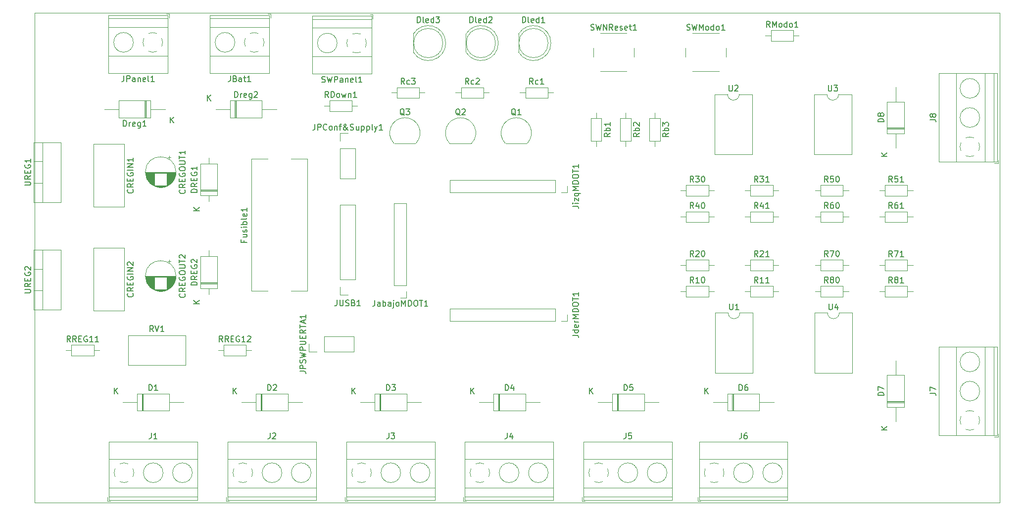
<source format=gbr>
%TF.GenerationSoftware,KiCad,Pcbnew,(5.1.10)-1*%
%TF.CreationDate,2021-08-31T12:59:50-03:00*%
%TF.ProjectId,Test1,54657374-312e-46b6-9963-61645f706362,rev?*%
%TF.SameCoordinates,Original*%
%TF.FileFunction,Legend,Top*%
%TF.FilePolarity,Positive*%
%FSLAX46Y46*%
G04 Gerber Fmt 4.6, Leading zero omitted, Abs format (unit mm)*
G04 Created by KiCad (PCBNEW (5.1.10)-1) date 2021-08-31 12:59:50*
%MOMM*%
%LPD*%
G01*
G04 APERTURE LIST*
%TA.AperFunction,Profile*%
%ADD10C,0.100000*%
%TD*%
%ADD11C,0.120000*%
%ADD12C,0.150000*%
G04 APERTURE END LIST*
D10*
X254000000Y-50800000D02*
X254000000Y-134620000D01*
X88900000Y-50800000D02*
X254000000Y-50800000D01*
X88900000Y-134620000D02*
X88900000Y-50800000D01*
X254000000Y-134620000D02*
X88900000Y-134620000D01*
D11*
%TO.C,CREGIN1*%
X104220000Y-84050000D02*
X98980000Y-84050000D01*
X104220000Y-73310000D02*
X98980000Y-73310000D01*
X98980000Y-73310000D02*
X98980000Y-84050000D01*
X104220000Y-73310000D02*
X104220000Y-84050000D01*
%TO.C,CREGIN2*%
X104220000Y-91090000D02*
X104220000Y-101830000D01*
X98980000Y-91090000D02*
X98980000Y-101830000D01*
X104220000Y-91090000D02*
X98980000Y-91090000D01*
X104220000Y-101830000D02*
X98980000Y-101830000D01*
%TO.C,CREGOUT1*%
X112215000Y-75530225D02*
X111715000Y-75530225D01*
X111965000Y-75280225D02*
X111965000Y-75780225D01*
X110774000Y-80686000D02*
X110206000Y-80686000D01*
X111008000Y-80646000D02*
X109972000Y-80646000D01*
X111167000Y-80606000D02*
X109813000Y-80606000D01*
X111295000Y-80566000D02*
X109685000Y-80566000D01*
X111405000Y-80526000D02*
X109575000Y-80526000D01*
X111501000Y-80486000D02*
X109479000Y-80486000D01*
X111588000Y-80446000D02*
X109392000Y-80446000D01*
X111668000Y-80406000D02*
X109312000Y-80406000D01*
X109450000Y-80366000D02*
X109239000Y-80366000D01*
X111741000Y-80366000D02*
X111530000Y-80366000D01*
X109450000Y-80326000D02*
X109171000Y-80326000D01*
X111809000Y-80326000D02*
X111530000Y-80326000D01*
X109450000Y-80286000D02*
X109107000Y-80286000D01*
X111873000Y-80286000D02*
X111530000Y-80286000D01*
X109450000Y-80246000D02*
X109047000Y-80246000D01*
X111933000Y-80246000D02*
X111530000Y-80246000D01*
X109450000Y-80206000D02*
X108990000Y-80206000D01*
X111990000Y-80206000D02*
X111530000Y-80206000D01*
X109450000Y-80166000D02*
X108936000Y-80166000D01*
X112044000Y-80166000D02*
X111530000Y-80166000D01*
X109450000Y-80126000D02*
X108885000Y-80126000D01*
X112095000Y-80126000D02*
X111530000Y-80126000D01*
X109450000Y-80086000D02*
X108837000Y-80086000D01*
X112143000Y-80086000D02*
X111530000Y-80086000D01*
X109450000Y-80046000D02*
X108791000Y-80046000D01*
X112189000Y-80046000D02*
X111530000Y-80046000D01*
X109450000Y-80006000D02*
X108747000Y-80006000D01*
X112233000Y-80006000D02*
X111530000Y-80006000D01*
X109450000Y-79966000D02*
X108705000Y-79966000D01*
X112275000Y-79966000D02*
X111530000Y-79966000D01*
X109450000Y-79926000D02*
X108664000Y-79926000D01*
X112316000Y-79926000D02*
X111530000Y-79926000D01*
X109450000Y-79886000D02*
X108626000Y-79886000D01*
X112354000Y-79886000D02*
X111530000Y-79886000D01*
X109450000Y-79846000D02*
X108589000Y-79846000D01*
X112391000Y-79846000D02*
X111530000Y-79846000D01*
X109450000Y-79806000D02*
X108553000Y-79806000D01*
X112427000Y-79806000D02*
X111530000Y-79806000D01*
X109450000Y-79766000D02*
X108519000Y-79766000D01*
X112461000Y-79766000D02*
X111530000Y-79766000D01*
X109450000Y-79726000D02*
X108486000Y-79726000D01*
X112494000Y-79726000D02*
X111530000Y-79726000D01*
X109450000Y-79686000D02*
X108455000Y-79686000D01*
X112525000Y-79686000D02*
X111530000Y-79686000D01*
X109450000Y-79646000D02*
X108425000Y-79646000D01*
X112555000Y-79646000D02*
X111530000Y-79646000D01*
X109450000Y-79606000D02*
X108395000Y-79606000D01*
X112585000Y-79606000D02*
X111530000Y-79606000D01*
X109450000Y-79566000D02*
X108368000Y-79566000D01*
X112612000Y-79566000D02*
X111530000Y-79566000D01*
X109450000Y-79526000D02*
X108341000Y-79526000D01*
X112639000Y-79526000D02*
X111530000Y-79526000D01*
X109450000Y-79486000D02*
X108315000Y-79486000D01*
X112665000Y-79486000D02*
X111530000Y-79486000D01*
X109450000Y-79446000D02*
X108290000Y-79446000D01*
X112690000Y-79446000D02*
X111530000Y-79446000D01*
X109450000Y-79406000D02*
X108266000Y-79406000D01*
X112714000Y-79406000D02*
X111530000Y-79406000D01*
X109450000Y-79366000D02*
X108243000Y-79366000D01*
X112737000Y-79366000D02*
X111530000Y-79366000D01*
X109450000Y-79326000D02*
X108222000Y-79326000D01*
X112758000Y-79326000D02*
X111530000Y-79326000D01*
X109450000Y-79286000D02*
X108200000Y-79286000D01*
X112780000Y-79286000D02*
X111530000Y-79286000D01*
X109450000Y-79246000D02*
X108180000Y-79246000D01*
X112800000Y-79246000D02*
X111530000Y-79246000D01*
X109450000Y-79206000D02*
X108161000Y-79206000D01*
X112819000Y-79206000D02*
X111530000Y-79206000D01*
X109450000Y-79166000D02*
X108142000Y-79166000D01*
X112838000Y-79166000D02*
X111530000Y-79166000D01*
X109450000Y-79126000D02*
X108125000Y-79126000D01*
X112855000Y-79126000D02*
X111530000Y-79126000D01*
X109450000Y-79086000D02*
X108108000Y-79086000D01*
X112872000Y-79086000D02*
X111530000Y-79086000D01*
X109450000Y-79046000D02*
X108092000Y-79046000D01*
X112888000Y-79046000D02*
X111530000Y-79046000D01*
X109450000Y-79006000D02*
X108076000Y-79006000D01*
X112904000Y-79006000D02*
X111530000Y-79006000D01*
X109450000Y-78966000D02*
X108062000Y-78966000D01*
X112918000Y-78966000D02*
X111530000Y-78966000D01*
X109450000Y-78926000D02*
X108048000Y-78926000D01*
X112932000Y-78926000D02*
X111530000Y-78926000D01*
X109450000Y-78886000D02*
X108035000Y-78886000D01*
X112945000Y-78886000D02*
X111530000Y-78886000D01*
X109450000Y-78846000D02*
X108022000Y-78846000D01*
X112958000Y-78846000D02*
X111530000Y-78846000D01*
X109450000Y-78806000D02*
X108010000Y-78806000D01*
X112970000Y-78806000D02*
X111530000Y-78806000D01*
X109450000Y-78765000D02*
X107999000Y-78765000D01*
X112981000Y-78765000D02*
X111530000Y-78765000D01*
X109450000Y-78725000D02*
X107989000Y-78725000D01*
X112991000Y-78725000D02*
X111530000Y-78725000D01*
X109450000Y-78685000D02*
X107979000Y-78685000D01*
X113001000Y-78685000D02*
X111530000Y-78685000D01*
X109450000Y-78645000D02*
X107970000Y-78645000D01*
X113010000Y-78645000D02*
X111530000Y-78645000D01*
X109450000Y-78605000D02*
X107962000Y-78605000D01*
X113018000Y-78605000D02*
X111530000Y-78605000D01*
X109450000Y-78565000D02*
X107954000Y-78565000D01*
X113026000Y-78565000D02*
X111530000Y-78565000D01*
X109450000Y-78525000D02*
X107947000Y-78525000D01*
X113033000Y-78525000D02*
X111530000Y-78525000D01*
X109450000Y-78485000D02*
X107940000Y-78485000D01*
X113040000Y-78485000D02*
X111530000Y-78485000D01*
X109450000Y-78445000D02*
X107934000Y-78445000D01*
X113046000Y-78445000D02*
X111530000Y-78445000D01*
X109450000Y-78405000D02*
X107929000Y-78405000D01*
X113051000Y-78405000D02*
X111530000Y-78405000D01*
X109450000Y-78365000D02*
X107925000Y-78365000D01*
X113055000Y-78365000D02*
X111530000Y-78365000D01*
X109450000Y-78325000D02*
X107921000Y-78325000D01*
X113059000Y-78325000D02*
X111530000Y-78325000D01*
X113063000Y-78285000D02*
X107917000Y-78285000D01*
X113066000Y-78245000D02*
X107914000Y-78245000D01*
X113068000Y-78205000D02*
X107912000Y-78205000D01*
X113069000Y-78165000D02*
X107911000Y-78165000D01*
X113070000Y-78125000D02*
X107910000Y-78125000D01*
X113070000Y-78085000D02*
X107910000Y-78085000D01*
X113110000Y-78085000D02*
G75*
G03*
X113110000Y-78085000I-2620000J0D01*
G01*
%TO.C,CREGOUT2*%
X113110000Y-95865000D02*
G75*
G03*
X113110000Y-95865000I-2620000J0D01*
G01*
X113070000Y-95865000D02*
X107910000Y-95865000D01*
X113070000Y-95905000D02*
X107910000Y-95905000D01*
X113069000Y-95945000D02*
X107911000Y-95945000D01*
X113068000Y-95985000D02*
X107912000Y-95985000D01*
X113066000Y-96025000D02*
X107914000Y-96025000D01*
X113063000Y-96065000D02*
X107917000Y-96065000D01*
X113059000Y-96105000D02*
X111530000Y-96105000D01*
X109450000Y-96105000D02*
X107921000Y-96105000D01*
X113055000Y-96145000D02*
X111530000Y-96145000D01*
X109450000Y-96145000D02*
X107925000Y-96145000D01*
X113051000Y-96185000D02*
X111530000Y-96185000D01*
X109450000Y-96185000D02*
X107929000Y-96185000D01*
X113046000Y-96225000D02*
X111530000Y-96225000D01*
X109450000Y-96225000D02*
X107934000Y-96225000D01*
X113040000Y-96265000D02*
X111530000Y-96265000D01*
X109450000Y-96265000D02*
X107940000Y-96265000D01*
X113033000Y-96305000D02*
X111530000Y-96305000D01*
X109450000Y-96305000D02*
X107947000Y-96305000D01*
X113026000Y-96345000D02*
X111530000Y-96345000D01*
X109450000Y-96345000D02*
X107954000Y-96345000D01*
X113018000Y-96385000D02*
X111530000Y-96385000D01*
X109450000Y-96385000D02*
X107962000Y-96385000D01*
X113010000Y-96425000D02*
X111530000Y-96425000D01*
X109450000Y-96425000D02*
X107970000Y-96425000D01*
X113001000Y-96465000D02*
X111530000Y-96465000D01*
X109450000Y-96465000D02*
X107979000Y-96465000D01*
X112991000Y-96505000D02*
X111530000Y-96505000D01*
X109450000Y-96505000D02*
X107989000Y-96505000D01*
X112981000Y-96545000D02*
X111530000Y-96545000D01*
X109450000Y-96545000D02*
X107999000Y-96545000D01*
X112970000Y-96586000D02*
X111530000Y-96586000D01*
X109450000Y-96586000D02*
X108010000Y-96586000D01*
X112958000Y-96626000D02*
X111530000Y-96626000D01*
X109450000Y-96626000D02*
X108022000Y-96626000D01*
X112945000Y-96666000D02*
X111530000Y-96666000D01*
X109450000Y-96666000D02*
X108035000Y-96666000D01*
X112932000Y-96706000D02*
X111530000Y-96706000D01*
X109450000Y-96706000D02*
X108048000Y-96706000D01*
X112918000Y-96746000D02*
X111530000Y-96746000D01*
X109450000Y-96746000D02*
X108062000Y-96746000D01*
X112904000Y-96786000D02*
X111530000Y-96786000D01*
X109450000Y-96786000D02*
X108076000Y-96786000D01*
X112888000Y-96826000D02*
X111530000Y-96826000D01*
X109450000Y-96826000D02*
X108092000Y-96826000D01*
X112872000Y-96866000D02*
X111530000Y-96866000D01*
X109450000Y-96866000D02*
X108108000Y-96866000D01*
X112855000Y-96906000D02*
X111530000Y-96906000D01*
X109450000Y-96906000D02*
X108125000Y-96906000D01*
X112838000Y-96946000D02*
X111530000Y-96946000D01*
X109450000Y-96946000D02*
X108142000Y-96946000D01*
X112819000Y-96986000D02*
X111530000Y-96986000D01*
X109450000Y-96986000D02*
X108161000Y-96986000D01*
X112800000Y-97026000D02*
X111530000Y-97026000D01*
X109450000Y-97026000D02*
X108180000Y-97026000D01*
X112780000Y-97066000D02*
X111530000Y-97066000D01*
X109450000Y-97066000D02*
X108200000Y-97066000D01*
X112758000Y-97106000D02*
X111530000Y-97106000D01*
X109450000Y-97106000D02*
X108222000Y-97106000D01*
X112737000Y-97146000D02*
X111530000Y-97146000D01*
X109450000Y-97146000D02*
X108243000Y-97146000D01*
X112714000Y-97186000D02*
X111530000Y-97186000D01*
X109450000Y-97186000D02*
X108266000Y-97186000D01*
X112690000Y-97226000D02*
X111530000Y-97226000D01*
X109450000Y-97226000D02*
X108290000Y-97226000D01*
X112665000Y-97266000D02*
X111530000Y-97266000D01*
X109450000Y-97266000D02*
X108315000Y-97266000D01*
X112639000Y-97306000D02*
X111530000Y-97306000D01*
X109450000Y-97306000D02*
X108341000Y-97306000D01*
X112612000Y-97346000D02*
X111530000Y-97346000D01*
X109450000Y-97346000D02*
X108368000Y-97346000D01*
X112585000Y-97386000D02*
X111530000Y-97386000D01*
X109450000Y-97386000D02*
X108395000Y-97386000D01*
X112555000Y-97426000D02*
X111530000Y-97426000D01*
X109450000Y-97426000D02*
X108425000Y-97426000D01*
X112525000Y-97466000D02*
X111530000Y-97466000D01*
X109450000Y-97466000D02*
X108455000Y-97466000D01*
X112494000Y-97506000D02*
X111530000Y-97506000D01*
X109450000Y-97506000D02*
X108486000Y-97506000D01*
X112461000Y-97546000D02*
X111530000Y-97546000D01*
X109450000Y-97546000D02*
X108519000Y-97546000D01*
X112427000Y-97586000D02*
X111530000Y-97586000D01*
X109450000Y-97586000D02*
X108553000Y-97586000D01*
X112391000Y-97626000D02*
X111530000Y-97626000D01*
X109450000Y-97626000D02*
X108589000Y-97626000D01*
X112354000Y-97666000D02*
X111530000Y-97666000D01*
X109450000Y-97666000D02*
X108626000Y-97666000D01*
X112316000Y-97706000D02*
X111530000Y-97706000D01*
X109450000Y-97706000D02*
X108664000Y-97706000D01*
X112275000Y-97746000D02*
X111530000Y-97746000D01*
X109450000Y-97746000D02*
X108705000Y-97746000D01*
X112233000Y-97786000D02*
X111530000Y-97786000D01*
X109450000Y-97786000D02*
X108747000Y-97786000D01*
X112189000Y-97826000D02*
X111530000Y-97826000D01*
X109450000Y-97826000D02*
X108791000Y-97826000D01*
X112143000Y-97866000D02*
X111530000Y-97866000D01*
X109450000Y-97866000D02*
X108837000Y-97866000D01*
X112095000Y-97906000D02*
X111530000Y-97906000D01*
X109450000Y-97906000D02*
X108885000Y-97906000D01*
X112044000Y-97946000D02*
X111530000Y-97946000D01*
X109450000Y-97946000D02*
X108936000Y-97946000D01*
X111990000Y-97986000D02*
X111530000Y-97986000D01*
X109450000Y-97986000D02*
X108990000Y-97986000D01*
X111933000Y-98026000D02*
X111530000Y-98026000D01*
X109450000Y-98026000D02*
X109047000Y-98026000D01*
X111873000Y-98066000D02*
X111530000Y-98066000D01*
X109450000Y-98066000D02*
X109107000Y-98066000D01*
X111809000Y-98106000D02*
X111530000Y-98106000D01*
X109450000Y-98106000D02*
X109171000Y-98106000D01*
X111741000Y-98146000D02*
X111530000Y-98146000D01*
X109450000Y-98146000D02*
X109239000Y-98146000D01*
X111668000Y-98186000D02*
X109312000Y-98186000D01*
X111588000Y-98226000D02*
X109392000Y-98226000D01*
X111501000Y-98266000D02*
X109479000Y-98266000D01*
X111405000Y-98306000D02*
X109575000Y-98306000D01*
X111295000Y-98346000D02*
X109685000Y-98346000D01*
X111167000Y-98386000D02*
X109813000Y-98386000D01*
X111008000Y-98426000D02*
X109972000Y-98426000D01*
X110774000Y-98466000D02*
X110206000Y-98466000D01*
X111965000Y-93060225D02*
X111965000Y-93560225D01*
X112215000Y-93310225D02*
X111715000Y-93310225D01*
%TO.C,D1*%
X106500000Y-116005000D02*
X106500000Y-118945000D01*
X106500000Y-118945000D02*
X111940000Y-118945000D01*
X111940000Y-118945000D02*
X111940000Y-116005000D01*
X111940000Y-116005000D02*
X106500000Y-116005000D01*
X104010000Y-117475000D02*
X106500000Y-117475000D01*
X114430000Y-117475000D02*
X111940000Y-117475000D01*
X107400000Y-116005000D02*
X107400000Y-118945000D01*
X107520000Y-116005000D02*
X107520000Y-118945000D01*
X107280000Y-116005000D02*
X107280000Y-118945000D01*
%TO.C,D2*%
X127600000Y-116005000D02*
X127600000Y-118945000D01*
X127840000Y-116005000D02*
X127840000Y-118945000D01*
X127720000Y-116005000D02*
X127720000Y-118945000D01*
X134750000Y-117475000D02*
X132260000Y-117475000D01*
X124330000Y-117475000D02*
X126820000Y-117475000D01*
X132260000Y-116005000D02*
X126820000Y-116005000D01*
X132260000Y-118945000D02*
X132260000Y-116005000D01*
X126820000Y-118945000D02*
X132260000Y-118945000D01*
X126820000Y-116005000D02*
X126820000Y-118945000D01*
%TO.C,D3*%
X147140000Y-116005000D02*
X147140000Y-118945000D01*
X147140000Y-118945000D02*
X152580000Y-118945000D01*
X152580000Y-118945000D02*
X152580000Y-116005000D01*
X152580000Y-116005000D02*
X147140000Y-116005000D01*
X144650000Y-117475000D02*
X147140000Y-117475000D01*
X155070000Y-117475000D02*
X152580000Y-117475000D01*
X148040000Y-116005000D02*
X148040000Y-118945000D01*
X148160000Y-116005000D02*
X148160000Y-118945000D01*
X147920000Y-116005000D02*
X147920000Y-118945000D01*
%TO.C,D4*%
X168240000Y-116005000D02*
X168240000Y-118945000D01*
X168480000Y-116005000D02*
X168480000Y-118945000D01*
X168360000Y-116005000D02*
X168360000Y-118945000D01*
X175390000Y-117475000D02*
X172900000Y-117475000D01*
X164970000Y-117475000D02*
X167460000Y-117475000D01*
X172900000Y-116005000D02*
X167460000Y-116005000D01*
X172900000Y-118945000D02*
X172900000Y-116005000D01*
X167460000Y-118945000D02*
X172900000Y-118945000D01*
X167460000Y-116005000D02*
X167460000Y-118945000D01*
%TO.C,D5*%
X188560000Y-116005000D02*
X188560000Y-118945000D01*
X188800000Y-116005000D02*
X188800000Y-118945000D01*
X188680000Y-116005000D02*
X188680000Y-118945000D01*
X195710000Y-117475000D02*
X193220000Y-117475000D01*
X185290000Y-117475000D02*
X187780000Y-117475000D01*
X193220000Y-116005000D02*
X187780000Y-116005000D01*
X193220000Y-118945000D02*
X193220000Y-116005000D01*
X187780000Y-118945000D02*
X193220000Y-118945000D01*
X187780000Y-116005000D02*
X187780000Y-118945000D01*
%TO.C,D6*%
X207465000Y-116005000D02*
X207465000Y-118945000D01*
X207465000Y-118945000D02*
X212905000Y-118945000D01*
X212905000Y-118945000D02*
X212905000Y-116005000D01*
X212905000Y-116005000D02*
X207465000Y-116005000D01*
X204975000Y-117475000D02*
X207465000Y-117475000D01*
X215395000Y-117475000D02*
X212905000Y-117475000D01*
X208365000Y-116005000D02*
X208365000Y-118945000D01*
X208485000Y-116005000D02*
X208485000Y-118945000D01*
X208245000Y-116005000D02*
X208245000Y-118945000D01*
%TO.C,D7*%
X234750000Y-118290000D02*
X237690000Y-118290000D01*
X237690000Y-118290000D02*
X237690000Y-112850000D01*
X237690000Y-112850000D02*
X234750000Y-112850000D01*
X234750000Y-112850000D02*
X234750000Y-118290000D01*
X236220000Y-120780000D02*
X236220000Y-118290000D01*
X236220000Y-110360000D02*
X236220000Y-112850000D01*
X234750000Y-117390000D02*
X237690000Y-117390000D01*
X234750000Y-117270000D02*
X237690000Y-117270000D01*
X234750000Y-117510000D02*
X237690000Y-117510000D01*
%TO.C,D8*%
X234750000Y-70690000D02*
X237690000Y-70690000D01*
X234750000Y-70450000D02*
X237690000Y-70450000D01*
X234750000Y-70570000D02*
X237690000Y-70570000D01*
X236220000Y-63540000D02*
X236220000Y-66030000D01*
X236220000Y-73960000D02*
X236220000Y-71470000D01*
X234750000Y-66030000D02*
X234750000Y-71470000D01*
X237690000Y-66030000D02*
X234750000Y-66030000D01*
X237690000Y-71470000D02*
X237690000Y-66030000D01*
X234750000Y-71470000D02*
X237690000Y-71470000D01*
%TO.C,Dled1*%
X176770000Y-56000000D02*
G75*
G03*
X176770000Y-56000000I-2500000J0D01*
G01*
X171710000Y-54455000D02*
X171710000Y-57545000D01*
X177260000Y-55999538D02*
G75*
G02*
X171710000Y-57544830I-2990000J-462D01*
G01*
X177260000Y-56000462D02*
G75*
G03*
X171710000Y-54455170I-2990000J462D01*
G01*
%TO.C,Dled2*%
X162710000Y-54455000D02*
X162710000Y-57545000D01*
X167770000Y-56000000D02*
G75*
G03*
X167770000Y-56000000I-2500000J0D01*
G01*
X168260000Y-56000462D02*
G75*
G03*
X162710000Y-54455170I-2990000J462D01*
G01*
X168260000Y-55999538D02*
G75*
G02*
X162710000Y-57544830I-2990000J-462D01*
G01*
%TO.C,Dled3*%
X153710000Y-54455000D02*
X153710000Y-57545000D01*
X158770000Y-56000000D02*
G75*
G03*
X158770000Y-56000000I-2500000J0D01*
G01*
X159260000Y-56000462D02*
G75*
G03*
X153710000Y-54455170I-2990000J462D01*
G01*
X159260000Y-55999538D02*
G75*
G02*
X153710000Y-57544830I-2990000J-462D01*
G01*
%TO.C,Dreg1*%
X108765000Y-68780000D02*
X108765000Y-65840000D01*
X108765000Y-65840000D02*
X103325000Y-65840000D01*
X103325000Y-65840000D02*
X103325000Y-68780000D01*
X103325000Y-68780000D02*
X108765000Y-68780000D01*
X111255000Y-67310000D02*
X108765000Y-67310000D01*
X100835000Y-67310000D02*
X103325000Y-67310000D01*
X107865000Y-68780000D02*
X107865000Y-65840000D01*
X107745000Y-68780000D02*
X107745000Y-65840000D01*
X107985000Y-68780000D02*
X107985000Y-65840000D01*
%TO.C,DREG1*%
X117275000Y-81315000D02*
X120215000Y-81315000D01*
X117275000Y-81075000D02*
X120215000Y-81075000D01*
X117275000Y-81195000D02*
X120215000Y-81195000D01*
X118745000Y-75635000D02*
X118745000Y-76655000D01*
X118745000Y-83115000D02*
X118745000Y-82095000D01*
X117275000Y-76655000D02*
X117275000Y-82095000D01*
X120215000Y-76655000D02*
X117275000Y-76655000D01*
X120215000Y-82095000D02*
X120215000Y-76655000D01*
X117275000Y-82095000D02*
X120215000Y-82095000D01*
%TO.C,Dreg2*%
X123155000Y-65840000D02*
X123155000Y-68780000D01*
X123395000Y-65840000D02*
X123395000Y-68780000D01*
X123275000Y-65840000D02*
X123275000Y-68780000D01*
X130305000Y-67310000D02*
X127815000Y-67310000D01*
X119885000Y-67310000D02*
X122375000Y-67310000D01*
X127815000Y-65840000D02*
X122375000Y-65840000D01*
X127815000Y-68780000D02*
X127815000Y-65840000D01*
X122375000Y-68780000D02*
X127815000Y-68780000D01*
X122375000Y-65840000D02*
X122375000Y-68780000D01*
%TO.C,DREG2*%
X117275000Y-97970000D02*
X120215000Y-97970000D01*
X120215000Y-97970000D02*
X120215000Y-92530000D01*
X120215000Y-92530000D02*
X117275000Y-92530000D01*
X117275000Y-92530000D02*
X117275000Y-97970000D01*
X118745000Y-98990000D02*
X118745000Y-97970000D01*
X118745000Y-91510000D02*
X118745000Y-92530000D01*
X117275000Y-97070000D02*
X120215000Y-97070000D01*
X117275000Y-96950000D02*
X120215000Y-96950000D01*
X117275000Y-97190000D02*
X120215000Y-97190000D01*
%TO.C,Fusible1*%
X135610000Y-98425000D02*
X132810000Y-98425000D01*
X135610000Y-98425000D02*
X135610000Y-75825000D01*
X126010000Y-98425000D02*
X126010000Y-75825000D01*
X128810000Y-98425000D02*
X126010000Y-98425000D01*
X128810000Y-75825000D02*
X126010000Y-75825000D01*
X135610000Y-75825000D02*
X132810000Y-75825000D01*
%TO.C,J1*%
X110900000Y-129540000D02*
G75*
G03*
X110900000Y-129540000I-1680000J0D01*
G01*
X115900000Y-129540000D02*
G75*
G03*
X115900000Y-129540000I-1680000J0D01*
G01*
X101660000Y-133640000D02*
X116780000Y-133640000D01*
X101660000Y-132140000D02*
X116780000Y-132140000D01*
X101660000Y-127239000D02*
X116780000Y-127239000D01*
X101660000Y-124279000D02*
X116780000Y-124279000D01*
X101660000Y-134200000D02*
X116780000Y-134200000D01*
X101660000Y-124279000D02*
X101660000Y-134200000D01*
X116780000Y-124279000D02*
X116780000Y-134200000D01*
X110495000Y-128471000D02*
X110448000Y-128517000D01*
X108186000Y-130779000D02*
X108151000Y-130814000D01*
X110290000Y-128265000D02*
X110255000Y-128301000D01*
X107993000Y-130563000D02*
X107946000Y-130609000D01*
X115495000Y-128471000D02*
X115448000Y-128517000D01*
X113186000Y-130779000D02*
X113151000Y-130814000D01*
X115290000Y-128265000D02*
X115255000Y-128301000D01*
X112993000Y-130563000D02*
X112946000Y-130609000D01*
X101420000Y-133700000D02*
X101420000Y-134440000D01*
X101420000Y-134440000D02*
X101920000Y-134440000D01*
X104248805Y-131220253D02*
G75*
G02*
X103536000Y-131075000I-28805J1680253D01*
G01*
X102684574Y-130223042D02*
G75*
G02*
X102685000Y-128856000I1535426J683042D01*
G01*
X103536958Y-128004574D02*
G75*
G02*
X104904000Y-128005000I683042J-1535426D01*
G01*
X105755426Y-128856958D02*
G75*
G02*
X105755000Y-130224000I-1535426J-683042D01*
G01*
X104903318Y-131074756D02*
G75*
G02*
X104220000Y-131220000I-683318J1534756D01*
G01*
%TO.C,J2*%
X121740000Y-134440000D02*
X122240000Y-134440000D01*
X121740000Y-133700000D02*
X121740000Y-134440000D01*
X133313000Y-130563000D02*
X133266000Y-130609000D01*
X135610000Y-128265000D02*
X135575000Y-128301000D01*
X133506000Y-130779000D02*
X133471000Y-130814000D01*
X135815000Y-128471000D02*
X135768000Y-128517000D01*
X128313000Y-130563000D02*
X128266000Y-130609000D01*
X130610000Y-128265000D02*
X130575000Y-128301000D01*
X128506000Y-130779000D02*
X128471000Y-130814000D01*
X130815000Y-128471000D02*
X130768000Y-128517000D01*
X137100000Y-124279000D02*
X137100000Y-134200000D01*
X121980000Y-124279000D02*
X121980000Y-134200000D01*
X121980000Y-134200000D02*
X137100000Y-134200000D01*
X121980000Y-124279000D02*
X137100000Y-124279000D01*
X121980000Y-127239000D02*
X137100000Y-127239000D01*
X121980000Y-132140000D02*
X137100000Y-132140000D01*
X121980000Y-133640000D02*
X137100000Y-133640000D01*
X136220000Y-129540000D02*
G75*
G03*
X136220000Y-129540000I-1680000J0D01*
G01*
X131220000Y-129540000D02*
G75*
G03*
X131220000Y-129540000I-1680000J0D01*
G01*
X125223318Y-131074756D02*
G75*
G02*
X124540000Y-131220000I-683318J1534756D01*
G01*
X126075426Y-128856958D02*
G75*
G02*
X126075000Y-130224000I-1535426J-683042D01*
G01*
X123856958Y-128004574D02*
G75*
G02*
X125224000Y-128005000I683042J-1535426D01*
G01*
X123004574Y-130223042D02*
G75*
G02*
X123005000Y-128856000I1535426J683042D01*
G01*
X124568805Y-131220253D02*
G75*
G02*
X123856000Y-131075000I-28805J1680253D01*
G01*
%TO.C,J3*%
X151540000Y-129540000D02*
G75*
G03*
X151540000Y-129540000I-1680000J0D01*
G01*
X156540000Y-129540000D02*
G75*
G03*
X156540000Y-129540000I-1680000J0D01*
G01*
X142300000Y-133640000D02*
X157420000Y-133640000D01*
X142300000Y-132140000D02*
X157420000Y-132140000D01*
X142300000Y-127239000D02*
X157420000Y-127239000D01*
X142300000Y-124279000D02*
X157420000Y-124279000D01*
X142300000Y-134200000D02*
X157420000Y-134200000D01*
X142300000Y-124279000D02*
X142300000Y-134200000D01*
X157420000Y-124279000D02*
X157420000Y-134200000D01*
X151135000Y-128471000D02*
X151088000Y-128517000D01*
X148826000Y-130779000D02*
X148791000Y-130814000D01*
X150930000Y-128265000D02*
X150895000Y-128301000D01*
X148633000Y-130563000D02*
X148586000Y-130609000D01*
X156135000Y-128471000D02*
X156088000Y-128517000D01*
X153826000Y-130779000D02*
X153791000Y-130814000D01*
X155930000Y-128265000D02*
X155895000Y-128301000D01*
X153633000Y-130563000D02*
X153586000Y-130609000D01*
X142060000Y-133700000D02*
X142060000Y-134440000D01*
X142060000Y-134440000D02*
X142560000Y-134440000D01*
X144888805Y-131220253D02*
G75*
G02*
X144176000Y-131075000I-28805J1680253D01*
G01*
X143324574Y-130223042D02*
G75*
G02*
X143325000Y-128856000I1535426J683042D01*
G01*
X144176958Y-128004574D02*
G75*
G02*
X145544000Y-128005000I683042J-1535426D01*
G01*
X146395426Y-128856958D02*
G75*
G02*
X146395000Y-130224000I-1535426J-683042D01*
G01*
X145543318Y-131074756D02*
G75*
G02*
X144860000Y-131220000I-683318J1534756D01*
G01*
%TO.C,J4*%
X162300000Y-134440000D02*
X162800000Y-134440000D01*
X162300000Y-133700000D02*
X162300000Y-134440000D01*
X173873000Y-130563000D02*
X173826000Y-130609000D01*
X176170000Y-128265000D02*
X176135000Y-128301000D01*
X174066000Y-130779000D02*
X174031000Y-130814000D01*
X176375000Y-128471000D02*
X176328000Y-128517000D01*
X168873000Y-130563000D02*
X168826000Y-130609000D01*
X171170000Y-128265000D02*
X171135000Y-128301000D01*
X169066000Y-130779000D02*
X169031000Y-130814000D01*
X171375000Y-128471000D02*
X171328000Y-128517000D01*
X177660000Y-124279000D02*
X177660000Y-134200000D01*
X162540000Y-124279000D02*
X162540000Y-134200000D01*
X162540000Y-134200000D02*
X177660000Y-134200000D01*
X162540000Y-124279000D02*
X177660000Y-124279000D01*
X162540000Y-127239000D02*
X177660000Y-127239000D01*
X162540000Y-132140000D02*
X177660000Y-132140000D01*
X162540000Y-133640000D02*
X177660000Y-133640000D01*
X176780000Y-129540000D02*
G75*
G03*
X176780000Y-129540000I-1680000J0D01*
G01*
X171780000Y-129540000D02*
G75*
G03*
X171780000Y-129540000I-1680000J0D01*
G01*
X165783318Y-131074756D02*
G75*
G02*
X165100000Y-131220000I-683318J1534756D01*
G01*
X166635426Y-128856958D02*
G75*
G02*
X166635000Y-130224000I-1535426J-683042D01*
G01*
X164416958Y-128004574D02*
G75*
G02*
X165784000Y-128005000I683042J-1535426D01*
G01*
X163564574Y-130223042D02*
G75*
G02*
X163565000Y-128856000I1535426J683042D01*
G01*
X165128805Y-131220253D02*
G75*
G02*
X164416000Y-131075000I-28805J1680253D01*
G01*
%TO.C,J5*%
X192100000Y-129540000D02*
G75*
G03*
X192100000Y-129540000I-1680000J0D01*
G01*
X197100000Y-129540000D02*
G75*
G03*
X197100000Y-129540000I-1680000J0D01*
G01*
X182860000Y-133640000D02*
X197980000Y-133640000D01*
X182860000Y-132140000D02*
X197980000Y-132140000D01*
X182860000Y-127239000D02*
X197980000Y-127239000D01*
X182860000Y-124279000D02*
X197980000Y-124279000D01*
X182860000Y-134200000D02*
X197980000Y-134200000D01*
X182860000Y-124279000D02*
X182860000Y-134200000D01*
X197980000Y-124279000D02*
X197980000Y-134200000D01*
X191695000Y-128471000D02*
X191648000Y-128517000D01*
X189386000Y-130779000D02*
X189351000Y-130814000D01*
X191490000Y-128265000D02*
X191455000Y-128301000D01*
X189193000Y-130563000D02*
X189146000Y-130609000D01*
X196695000Y-128471000D02*
X196648000Y-128517000D01*
X194386000Y-130779000D02*
X194351000Y-130814000D01*
X196490000Y-128265000D02*
X196455000Y-128301000D01*
X194193000Y-130563000D02*
X194146000Y-130609000D01*
X182620000Y-133700000D02*
X182620000Y-134440000D01*
X182620000Y-134440000D02*
X183120000Y-134440000D01*
X185448805Y-131220253D02*
G75*
G02*
X184736000Y-131075000I-28805J1680253D01*
G01*
X183884574Y-130223042D02*
G75*
G02*
X183885000Y-128856000I1535426J683042D01*
G01*
X184736958Y-128004574D02*
G75*
G02*
X186104000Y-128005000I683042J-1535426D01*
G01*
X186955426Y-128856958D02*
G75*
G02*
X186955000Y-130224000I-1535426J-683042D01*
G01*
X186103318Y-131074756D02*
G75*
G02*
X185420000Y-131220000I-683318J1534756D01*
G01*
%TO.C,J6*%
X202385000Y-134440000D02*
X202885000Y-134440000D01*
X202385000Y-133700000D02*
X202385000Y-134440000D01*
X213958000Y-130563000D02*
X213911000Y-130609000D01*
X216255000Y-128265000D02*
X216220000Y-128301000D01*
X214151000Y-130779000D02*
X214116000Y-130814000D01*
X216460000Y-128471000D02*
X216413000Y-128517000D01*
X208958000Y-130563000D02*
X208911000Y-130609000D01*
X211255000Y-128265000D02*
X211220000Y-128301000D01*
X209151000Y-130779000D02*
X209116000Y-130814000D01*
X211460000Y-128471000D02*
X211413000Y-128517000D01*
X217745000Y-124279000D02*
X217745000Y-134200000D01*
X202625000Y-124279000D02*
X202625000Y-134200000D01*
X202625000Y-134200000D02*
X217745000Y-134200000D01*
X202625000Y-124279000D02*
X217745000Y-124279000D01*
X202625000Y-127239000D02*
X217745000Y-127239000D01*
X202625000Y-132140000D02*
X217745000Y-132140000D01*
X202625000Y-133640000D02*
X217745000Y-133640000D01*
X216865000Y-129540000D02*
G75*
G03*
X216865000Y-129540000I-1680000J0D01*
G01*
X211865000Y-129540000D02*
G75*
G03*
X211865000Y-129540000I-1680000J0D01*
G01*
X205868318Y-131074756D02*
G75*
G02*
X205185000Y-131220000I-683318J1534756D01*
G01*
X206720426Y-128856958D02*
G75*
G02*
X206720000Y-130224000I-1535426J-683042D01*
G01*
X204501958Y-128004574D02*
G75*
G02*
X205869000Y-128005000I683042J-1535426D01*
G01*
X203649574Y-130223042D02*
G75*
G02*
X203650000Y-128856000I1535426J683042D01*
G01*
X205213805Y-131220253D02*
G75*
G02*
X204501000Y-131075000I-28805J1680253D01*
G01*
%TO.C,J7*%
X250600000Y-115570000D02*
G75*
G03*
X250600000Y-115570000I-1680000J0D01*
G01*
X250600000Y-110570000D02*
G75*
G03*
X250600000Y-110570000I-1680000J0D01*
G01*
X253020000Y-123130000D02*
X253020000Y-108010000D01*
X251520000Y-123130000D02*
X251520000Y-108010000D01*
X246619000Y-123130000D02*
X246619000Y-108010000D01*
X243659000Y-123130000D02*
X243659000Y-108010000D01*
X253580000Y-123130000D02*
X253580000Y-108010000D01*
X243659000Y-123130000D02*
X253580000Y-123130000D01*
X243659000Y-108010000D02*
X253580000Y-108010000D01*
X247851000Y-114295000D02*
X247897000Y-114342000D01*
X250159000Y-116604000D02*
X250194000Y-116639000D01*
X247645000Y-114500000D02*
X247681000Y-114535000D01*
X249943000Y-116797000D02*
X249989000Y-116844000D01*
X247851000Y-109295000D02*
X247897000Y-109342000D01*
X250159000Y-111604000D02*
X250194000Y-111639000D01*
X247645000Y-109500000D02*
X247681000Y-109535000D01*
X249943000Y-111797000D02*
X249989000Y-111844000D01*
X253080000Y-123370000D02*
X253820000Y-123370000D01*
X253820000Y-123370000D02*
X253820000Y-122870000D01*
X250600253Y-120541195D02*
G75*
G02*
X250455000Y-121254000I-1680253J-28805D01*
G01*
X249603042Y-122105426D02*
G75*
G02*
X248236000Y-122105000I-683042J1535426D01*
G01*
X247384574Y-121253042D02*
G75*
G02*
X247385000Y-119886000I1535426J683042D01*
G01*
X248236958Y-119034574D02*
G75*
G02*
X249604000Y-119035000I683042J-1535426D01*
G01*
X250454756Y-119886682D02*
G75*
G02*
X250600000Y-120570000I-1534756J-683318D01*
G01*
%TO.C,J8*%
X253820000Y-76550000D02*
X253820000Y-76050000D01*
X253080000Y-76550000D02*
X253820000Y-76550000D01*
X249943000Y-64977000D02*
X249989000Y-65024000D01*
X247645000Y-62680000D02*
X247681000Y-62715000D01*
X250159000Y-64784000D02*
X250194000Y-64819000D01*
X247851000Y-62475000D02*
X247897000Y-62522000D01*
X249943000Y-69977000D02*
X249989000Y-70024000D01*
X247645000Y-67680000D02*
X247681000Y-67715000D01*
X250159000Y-69784000D02*
X250194000Y-69819000D01*
X247851000Y-67475000D02*
X247897000Y-67522000D01*
X243659000Y-61190000D02*
X253580000Y-61190000D01*
X243659000Y-76310000D02*
X253580000Y-76310000D01*
X253580000Y-76310000D02*
X253580000Y-61190000D01*
X243659000Y-76310000D02*
X243659000Y-61190000D01*
X246619000Y-76310000D02*
X246619000Y-61190000D01*
X251520000Y-76310000D02*
X251520000Y-61190000D01*
X253020000Y-76310000D02*
X253020000Y-61190000D01*
X250600000Y-63750000D02*
G75*
G03*
X250600000Y-63750000I-1680000J0D01*
G01*
X250600000Y-68750000D02*
G75*
G03*
X250600000Y-68750000I-1680000J0D01*
G01*
X250454756Y-73066682D02*
G75*
G02*
X250600000Y-73750000I-1534756J-683318D01*
G01*
X248236958Y-72214574D02*
G75*
G02*
X249604000Y-72215000I683042J-1535426D01*
G01*
X247384574Y-74433042D02*
G75*
G02*
X247385000Y-73066000I1535426J683042D01*
G01*
X249603042Y-75285426D02*
G75*
G02*
X248236000Y-75285000I-683042J1535426D01*
G01*
X250600253Y-73721195D02*
G75*
G02*
X250455000Y-74434000I-1680253J-28805D01*
G01*
%TO.C,JabajoMDOT1*%
X152560000Y-99560000D02*
X151500000Y-99560000D01*
X152560000Y-98500000D02*
X152560000Y-99560000D01*
X152560000Y-97500000D02*
X150440000Y-97500000D01*
X150440000Y-97500000D02*
X150440000Y-83440000D01*
X152560000Y-97500000D02*
X152560000Y-83440000D01*
X152560000Y-83440000D02*
X150440000Y-83440000D01*
%TO.C,JBat1*%
X123180000Y-55880000D02*
G75*
G03*
X123180000Y-55880000I-1680000J0D01*
G01*
X129060000Y-51780000D02*
X118940000Y-51780000D01*
X129060000Y-53280000D02*
X118940000Y-53280000D01*
X129060000Y-58181000D02*
X118940000Y-58181000D01*
X129060000Y-61141000D02*
X118940000Y-61141000D01*
X129060000Y-51220000D02*
X118940000Y-51220000D01*
X129060000Y-61141000D02*
X129060000Y-51220000D01*
X118940000Y-61141000D02*
X118940000Y-51220000D01*
X120225000Y-56949000D02*
X120272000Y-56903000D01*
X122534000Y-54641000D02*
X122569000Y-54606000D01*
X120430000Y-57155000D02*
X120465000Y-57119000D01*
X122727000Y-54857000D02*
X122774000Y-54811000D01*
X129300000Y-51720000D02*
X129300000Y-50980000D01*
X129300000Y-50980000D02*
X128800000Y-50980000D01*
X126471195Y-54199747D02*
G75*
G02*
X127184000Y-54345000I28805J-1680253D01*
G01*
X128035426Y-55196958D02*
G75*
G02*
X128035000Y-56564000I-1535426J-683042D01*
G01*
X127183042Y-57415426D02*
G75*
G02*
X125816000Y-57415000I-683042J1535426D01*
G01*
X124964574Y-56563042D02*
G75*
G02*
X124965000Y-55196000I1535426J683042D01*
G01*
X125816682Y-54345244D02*
G75*
G02*
X126500000Y-54200000I683318J-1534756D01*
G01*
%TO.C,JderMDOT1*%
X180060000Y-102500000D02*
X180060000Y-103560000D01*
X180060000Y-103560000D02*
X179000000Y-103560000D01*
X178000000Y-103560000D02*
X159940000Y-103560000D01*
X159940000Y-101440000D02*
X159940000Y-103560000D01*
X178000000Y-101440000D02*
X159940000Y-101440000D01*
X178000000Y-101440000D02*
X178000000Y-103560000D01*
%TO.C,JizqMDOT1*%
X178000000Y-79440000D02*
X178000000Y-81560000D01*
X178000000Y-79440000D02*
X159940000Y-79440000D01*
X159940000Y-79440000D02*
X159940000Y-81560000D01*
X178000000Y-81560000D02*
X159940000Y-81560000D01*
X180060000Y-81560000D02*
X179000000Y-81560000D01*
X180060000Y-80500000D02*
X180060000Y-81560000D01*
%TO.C,JPanel1*%
X111940000Y-50980000D02*
X111440000Y-50980000D01*
X111940000Y-51720000D02*
X111940000Y-50980000D01*
X105367000Y-54857000D02*
X105414000Y-54811000D01*
X103070000Y-57155000D02*
X103105000Y-57119000D01*
X105174000Y-54641000D02*
X105209000Y-54606000D01*
X102865000Y-56949000D02*
X102912000Y-56903000D01*
X101580000Y-61141000D02*
X101580000Y-51220000D01*
X111700000Y-61141000D02*
X111700000Y-51220000D01*
X111700000Y-51220000D02*
X101580000Y-51220000D01*
X111700000Y-61141000D02*
X101580000Y-61141000D01*
X111700000Y-58181000D02*
X101580000Y-58181000D01*
X111700000Y-53280000D02*
X101580000Y-53280000D01*
X111700000Y-51780000D02*
X101580000Y-51780000D01*
X105820000Y-55880000D02*
G75*
G03*
X105820000Y-55880000I-1680000J0D01*
G01*
X108456682Y-54345244D02*
G75*
G02*
X109140000Y-54200000I683318J-1534756D01*
G01*
X107604574Y-56563042D02*
G75*
G02*
X107605000Y-55196000I1535426J683042D01*
G01*
X109823042Y-57415426D02*
G75*
G02*
X108456000Y-57415000I-683042J1535426D01*
G01*
X110675426Y-55196958D02*
G75*
G02*
X110675000Y-56564000I-1535426J-683042D01*
G01*
X109111195Y-54199747D02*
G75*
G02*
X109824000Y-54345000I28805J-1680253D01*
G01*
%TO.C,JPConf&Supply1*%
X141170000Y-79160000D02*
X143830000Y-79160000D01*
X141170000Y-74020000D02*
X141170000Y-79160000D01*
X143830000Y-74020000D02*
X143830000Y-79160000D01*
X141170000Y-74020000D02*
X143830000Y-74020000D01*
X141170000Y-72750000D02*
X141170000Y-71420000D01*
X141170000Y-71420000D02*
X142500000Y-71420000D01*
%TO.C,JPSWPUERTA1*%
X135840000Y-108830000D02*
X135840000Y-107500000D01*
X137170000Y-108830000D02*
X135840000Y-108830000D01*
X138440000Y-108830000D02*
X138440000Y-106170000D01*
X138440000Y-106170000D02*
X143580000Y-106170000D01*
X138440000Y-108830000D02*
X143580000Y-108830000D01*
X143580000Y-108830000D02*
X143580000Y-106170000D01*
%TO.C,JUSB1*%
X142500000Y-99080000D02*
X141170000Y-99080000D01*
X141170000Y-99080000D02*
X141170000Y-97750000D01*
X141170000Y-96480000D02*
X141170000Y-83720000D01*
X143830000Y-83720000D02*
X141170000Y-83720000D01*
X143830000Y-96480000D02*
X143830000Y-83720000D01*
X143830000Y-96480000D02*
X141170000Y-96480000D01*
%TO.C,Q1*%
X169530000Y-73220000D02*
X173130000Y-73220000D01*
X173168478Y-73208478D02*
G75*
G03*
X171330000Y-68770000I-1838478J1838478D01*
G01*
X169491522Y-73208478D02*
G75*
G02*
X171330000Y-68770000I1838478J1838478D01*
G01*
%TO.C,Q2*%
X160005000Y-73220000D02*
X163605000Y-73220000D01*
X159966522Y-73208478D02*
G75*
G02*
X161805000Y-68770000I1838478J1838478D01*
G01*
X163643478Y-73208478D02*
G75*
G03*
X161805000Y-68770000I-1838478J1838478D01*
G01*
%TO.C,Q3*%
X150480000Y-73220000D02*
X154080000Y-73220000D01*
X150441522Y-73208478D02*
G75*
G02*
X152280000Y-68770000I1838478J1838478D01*
G01*
X154118478Y-73208478D02*
G75*
G03*
X152280000Y-68770000I-1838478J1838478D01*
G01*
%TO.C,R10*%
X205180000Y-98500000D02*
X204230000Y-98500000D01*
X199440000Y-98500000D02*
X200390000Y-98500000D01*
X204230000Y-97580000D02*
X200390000Y-97580000D01*
X204230000Y-99420000D02*
X204230000Y-97580000D01*
X200390000Y-99420000D02*
X204230000Y-99420000D01*
X200390000Y-97580000D02*
X200390000Y-99420000D01*
%TO.C,R11*%
X211390000Y-97580000D02*
X211390000Y-99420000D01*
X211390000Y-99420000D02*
X215230000Y-99420000D01*
X215230000Y-99420000D02*
X215230000Y-97580000D01*
X215230000Y-97580000D02*
X211390000Y-97580000D01*
X210440000Y-98500000D02*
X211390000Y-98500000D01*
X216180000Y-98500000D02*
X215230000Y-98500000D01*
%TO.C,R20*%
X205180000Y-94000000D02*
X204230000Y-94000000D01*
X199440000Y-94000000D02*
X200390000Y-94000000D01*
X204230000Y-93080000D02*
X200390000Y-93080000D01*
X204230000Y-94920000D02*
X204230000Y-93080000D01*
X200390000Y-94920000D02*
X204230000Y-94920000D01*
X200390000Y-93080000D02*
X200390000Y-94920000D01*
%TO.C,R21*%
X216180000Y-94000000D02*
X215230000Y-94000000D01*
X210440000Y-94000000D02*
X211390000Y-94000000D01*
X215230000Y-93080000D02*
X211390000Y-93080000D01*
X215230000Y-94920000D02*
X215230000Y-93080000D01*
X211390000Y-94920000D02*
X215230000Y-94920000D01*
X211390000Y-93080000D02*
X211390000Y-94920000D01*
%TO.C,R30*%
X200390000Y-80330000D02*
X200390000Y-82170000D01*
X200390000Y-82170000D02*
X204230000Y-82170000D01*
X204230000Y-82170000D02*
X204230000Y-80330000D01*
X204230000Y-80330000D02*
X200390000Y-80330000D01*
X199440000Y-81250000D02*
X200390000Y-81250000D01*
X205180000Y-81250000D02*
X204230000Y-81250000D01*
%TO.C,R31*%
X211390000Y-80330000D02*
X211390000Y-82170000D01*
X211390000Y-82170000D02*
X215230000Y-82170000D01*
X215230000Y-82170000D02*
X215230000Y-80330000D01*
X215230000Y-80330000D02*
X211390000Y-80330000D01*
X210440000Y-81250000D02*
X211390000Y-81250000D01*
X216180000Y-81250000D02*
X215230000Y-81250000D01*
%TO.C,R40*%
X205180000Y-85750000D02*
X204230000Y-85750000D01*
X199440000Y-85750000D02*
X200390000Y-85750000D01*
X204230000Y-84830000D02*
X200390000Y-84830000D01*
X204230000Y-86670000D02*
X204230000Y-84830000D01*
X200390000Y-86670000D02*
X204230000Y-86670000D01*
X200390000Y-84830000D02*
X200390000Y-86670000D01*
%TO.C,R41*%
X211390000Y-84830000D02*
X211390000Y-86670000D01*
X211390000Y-86670000D02*
X215230000Y-86670000D01*
X215230000Y-86670000D02*
X215230000Y-84830000D01*
X215230000Y-84830000D02*
X211390000Y-84830000D01*
X210440000Y-85750000D02*
X211390000Y-85750000D01*
X216180000Y-85750000D02*
X215230000Y-85750000D01*
%TO.C,R50*%
X228180000Y-81250000D02*
X227230000Y-81250000D01*
X222440000Y-81250000D02*
X223390000Y-81250000D01*
X227230000Y-80330000D02*
X223390000Y-80330000D01*
X227230000Y-82170000D02*
X227230000Y-80330000D01*
X223390000Y-82170000D02*
X227230000Y-82170000D01*
X223390000Y-80330000D02*
X223390000Y-82170000D01*
%TO.C,R51*%
X234390000Y-80330000D02*
X234390000Y-82170000D01*
X234390000Y-82170000D02*
X238230000Y-82170000D01*
X238230000Y-82170000D02*
X238230000Y-80330000D01*
X238230000Y-80330000D02*
X234390000Y-80330000D01*
X233440000Y-81250000D02*
X234390000Y-81250000D01*
X239180000Y-81250000D02*
X238230000Y-81250000D01*
%TO.C,R60*%
X228180000Y-85750000D02*
X227230000Y-85750000D01*
X222440000Y-85750000D02*
X223390000Y-85750000D01*
X227230000Y-84830000D02*
X223390000Y-84830000D01*
X227230000Y-86670000D02*
X227230000Y-84830000D01*
X223390000Y-86670000D02*
X227230000Y-86670000D01*
X223390000Y-84830000D02*
X223390000Y-86670000D01*
%TO.C,R61*%
X234390000Y-84830000D02*
X234390000Y-86670000D01*
X234390000Y-86670000D02*
X238230000Y-86670000D01*
X238230000Y-86670000D02*
X238230000Y-84830000D01*
X238230000Y-84830000D02*
X234390000Y-84830000D01*
X233440000Y-85750000D02*
X234390000Y-85750000D01*
X239180000Y-85750000D02*
X238230000Y-85750000D01*
%TO.C,R70*%
X228180000Y-94000000D02*
X227230000Y-94000000D01*
X222440000Y-94000000D02*
X223390000Y-94000000D01*
X227230000Y-93080000D02*
X223390000Y-93080000D01*
X227230000Y-94920000D02*
X227230000Y-93080000D01*
X223390000Y-94920000D02*
X227230000Y-94920000D01*
X223390000Y-93080000D02*
X223390000Y-94920000D01*
%TO.C,R71*%
X234390000Y-93080000D02*
X234390000Y-94920000D01*
X234390000Y-94920000D02*
X238230000Y-94920000D01*
X238230000Y-94920000D02*
X238230000Y-93080000D01*
X238230000Y-93080000D02*
X234390000Y-93080000D01*
X233440000Y-94000000D02*
X234390000Y-94000000D01*
X239180000Y-94000000D02*
X238230000Y-94000000D01*
%TO.C,R80*%
X228180000Y-98500000D02*
X227230000Y-98500000D01*
X222440000Y-98500000D02*
X223390000Y-98500000D01*
X227230000Y-97580000D02*
X223390000Y-97580000D01*
X227230000Y-99420000D02*
X227230000Y-97580000D01*
X223390000Y-99420000D02*
X227230000Y-99420000D01*
X223390000Y-97580000D02*
X223390000Y-99420000D01*
%TO.C,R81*%
X234390000Y-97580000D02*
X234390000Y-99420000D01*
X234390000Y-99420000D02*
X238230000Y-99420000D01*
X238230000Y-99420000D02*
X238230000Y-97580000D01*
X238230000Y-97580000D02*
X234390000Y-97580000D01*
X233440000Y-98500000D02*
X234390000Y-98500000D01*
X239180000Y-98500000D02*
X238230000Y-98500000D01*
%TO.C,Rb1*%
X185920000Y-68890000D02*
X184080000Y-68890000D01*
X184080000Y-68890000D02*
X184080000Y-72730000D01*
X184080000Y-72730000D02*
X185920000Y-72730000D01*
X185920000Y-72730000D02*
X185920000Y-68890000D01*
X185000000Y-67940000D02*
X185000000Y-68890000D01*
X185000000Y-73680000D02*
X185000000Y-72730000D01*
%TO.C,Rb2*%
X190920000Y-68890000D02*
X189080000Y-68890000D01*
X189080000Y-68890000D02*
X189080000Y-72730000D01*
X189080000Y-72730000D02*
X190920000Y-72730000D01*
X190920000Y-72730000D02*
X190920000Y-68890000D01*
X190000000Y-67940000D02*
X190000000Y-68890000D01*
X190000000Y-73680000D02*
X190000000Y-72730000D01*
%TO.C,Rb3*%
X195920000Y-68890000D02*
X194080000Y-68890000D01*
X194080000Y-68890000D02*
X194080000Y-72730000D01*
X194080000Y-72730000D02*
X195920000Y-72730000D01*
X195920000Y-72730000D02*
X195920000Y-68890000D01*
X195000000Y-67940000D02*
X195000000Y-68890000D01*
X195000000Y-73680000D02*
X195000000Y-72730000D01*
%TO.C,Rc1*%
X177680000Y-64500000D02*
X176730000Y-64500000D01*
X171940000Y-64500000D02*
X172890000Y-64500000D01*
X176730000Y-63580000D02*
X172890000Y-63580000D01*
X176730000Y-65420000D02*
X176730000Y-63580000D01*
X172890000Y-65420000D02*
X176730000Y-65420000D01*
X172890000Y-63580000D02*
X172890000Y-65420000D01*
%TO.C,Rc2*%
X166680000Y-64500000D02*
X165730000Y-64500000D01*
X160940000Y-64500000D02*
X161890000Y-64500000D01*
X165730000Y-63580000D02*
X161890000Y-63580000D01*
X165730000Y-65420000D02*
X165730000Y-63580000D01*
X161890000Y-65420000D02*
X165730000Y-65420000D01*
X161890000Y-63580000D02*
X161890000Y-65420000D01*
%TO.C,Rc3*%
X150890000Y-63580000D02*
X150890000Y-65420000D01*
X150890000Y-65420000D02*
X154730000Y-65420000D01*
X154730000Y-65420000D02*
X154730000Y-63580000D01*
X154730000Y-63580000D02*
X150890000Y-63580000D01*
X149940000Y-64500000D02*
X150890000Y-64500000D01*
X155680000Y-64500000D02*
X154730000Y-64500000D01*
%TO.C,RDown1*%
X139390000Y-65830000D02*
X139390000Y-67670000D01*
X139390000Y-67670000D02*
X143230000Y-67670000D01*
X143230000Y-67670000D02*
X143230000Y-65830000D01*
X143230000Y-65830000D02*
X139390000Y-65830000D01*
X138440000Y-66750000D02*
X139390000Y-66750000D01*
X144180000Y-66750000D02*
X143230000Y-66750000D01*
%TO.C,RModo1*%
X219680000Y-54750000D02*
X218730000Y-54750000D01*
X213940000Y-54750000D02*
X214890000Y-54750000D01*
X218730000Y-53830000D02*
X214890000Y-53830000D01*
X218730000Y-55670000D02*
X218730000Y-53830000D01*
X214890000Y-55670000D02*
X218730000Y-55670000D01*
X214890000Y-53830000D02*
X214890000Y-55670000D01*
%TO.C,RREG11*%
X100025000Y-108585000D02*
X99075000Y-108585000D01*
X94285000Y-108585000D02*
X95235000Y-108585000D01*
X99075000Y-107665000D02*
X95235000Y-107665000D01*
X99075000Y-109505000D02*
X99075000Y-107665000D01*
X95235000Y-109505000D02*
X99075000Y-109505000D01*
X95235000Y-107665000D02*
X95235000Y-109505000D01*
%TO.C,RREG12*%
X126060000Y-108585000D02*
X125110000Y-108585000D01*
X120320000Y-108585000D02*
X121270000Y-108585000D01*
X125110000Y-107665000D02*
X121270000Y-107665000D01*
X125110000Y-109505000D02*
X125110000Y-107665000D01*
X121270000Y-109505000D02*
X125110000Y-109505000D01*
X121270000Y-107665000D02*
X121270000Y-109505000D01*
%TO.C,RV1*%
X114740000Y-106055000D02*
X114740000Y-111125000D01*
X104970000Y-106055000D02*
X104970000Y-111125000D01*
X104970000Y-111125000D02*
X114740000Y-111125000D01*
X104970000Y-106055000D02*
X114740000Y-106055000D01*
%TO.C,SWModo1*%
X201500000Y-60825000D02*
X206000000Y-60825000D01*
X200250000Y-56825000D02*
X200250000Y-58325000D01*
X206000000Y-54325000D02*
X201500000Y-54325000D01*
X207250000Y-58325000D02*
X207250000Y-56825000D01*
%TO.C,SWNReset1*%
X191485000Y-58325000D02*
X191485000Y-56825000D01*
X190235000Y-54325000D02*
X185735000Y-54325000D01*
X184485000Y-56825000D02*
X184485000Y-58325000D01*
X185735000Y-60825000D02*
X190235000Y-60825000D01*
%TO.C,SWPanel1*%
X146800000Y-51100000D02*
X146300000Y-51100000D01*
X146800000Y-51840000D02*
X146800000Y-51100000D01*
X140227000Y-54977000D02*
X140274000Y-54931000D01*
X137930000Y-57275000D02*
X137965000Y-57239000D01*
X140034000Y-54761000D02*
X140069000Y-54726000D01*
X137725000Y-57069000D02*
X137772000Y-57023000D01*
X136440000Y-61261000D02*
X136440000Y-51340000D01*
X146560000Y-61261000D02*
X146560000Y-51340000D01*
X146560000Y-51340000D02*
X136440000Y-51340000D01*
X146560000Y-61261000D02*
X136440000Y-61261000D01*
X146560000Y-58301000D02*
X136440000Y-58301000D01*
X146560000Y-53400000D02*
X136440000Y-53400000D01*
X146560000Y-51900000D02*
X136440000Y-51900000D01*
X140680000Y-56000000D02*
G75*
G03*
X140680000Y-56000000I-1680000J0D01*
G01*
X143316682Y-54465244D02*
G75*
G02*
X144000000Y-54320000I683318J-1534756D01*
G01*
X142464574Y-56683042D02*
G75*
G02*
X142465000Y-55316000I1535426J683042D01*
G01*
X144683042Y-57535426D02*
G75*
G02*
X143316000Y-57535000I-683042J1535426D01*
G01*
X145535426Y-55316958D02*
G75*
G02*
X145535000Y-56684000I-1535426J-683042D01*
G01*
X143971195Y-54319747D02*
G75*
G02*
X144684000Y-54465000I28805J-1680253D01*
G01*
%TO.C,U1*%
X207580000Y-102170000D02*
X205345000Y-102170000D01*
X205345000Y-102170000D02*
X205345000Y-112450000D01*
X205345000Y-112450000D02*
X211815000Y-112450000D01*
X211815000Y-112450000D02*
X211815000Y-102170000D01*
X211815000Y-102170000D02*
X209580000Y-102170000D01*
X209580000Y-102170000D02*
G75*
G02*
X207580000Y-102170000I-1000000J0D01*
G01*
%TO.C,U2*%
X207480000Y-64770000D02*
X205245000Y-64770000D01*
X205245000Y-64770000D02*
X205245000Y-75050000D01*
X205245000Y-75050000D02*
X211715000Y-75050000D01*
X211715000Y-75050000D02*
X211715000Y-64770000D01*
X211715000Y-64770000D02*
X209480000Y-64770000D01*
X209480000Y-64770000D02*
G75*
G02*
X207480000Y-64770000I-1000000J0D01*
G01*
%TO.C,U3*%
X228715000Y-64770000D02*
X226480000Y-64770000D01*
X228715000Y-75050000D02*
X228715000Y-64770000D01*
X222245000Y-75050000D02*
X228715000Y-75050000D01*
X222245000Y-64770000D02*
X222245000Y-75050000D01*
X224480000Y-64770000D02*
X222245000Y-64770000D01*
X226480000Y-64770000D02*
G75*
G02*
X224480000Y-64770000I-1000000J0D01*
G01*
%TO.C,U4*%
X228815000Y-102170000D02*
X226580000Y-102170000D01*
X228815000Y-112450000D02*
X228815000Y-102170000D01*
X222345000Y-112450000D02*
X228815000Y-112450000D01*
X222345000Y-102170000D02*
X222345000Y-112450000D01*
X224580000Y-102170000D02*
X222345000Y-102170000D01*
X226580000Y-102170000D02*
G75*
G02*
X224580000Y-102170000I-1000000J0D01*
G01*
%TO.C,UREG1*%
X88805000Y-76254000D02*
X90315000Y-76254000D01*
X88805000Y-79955000D02*
X90315000Y-79955000D01*
X90315000Y-83225000D02*
X90315000Y-72985000D01*
X88805000Y-72985000D02*
X93446000Y-72985000D01*
X88805000Y-83225000D02*
X93446000Y-83225000D01*
X93446000Y-83225000D02*
X93446000Y-72985000D01*
X88805000Y-83225000D02*
X88805000Y-72985000D01*
%TO.C,UREG2*%
X88805000Y-101640000D02*
X88805000Y-91400000D01*
X93446000Y-101640000D02*
X93446000Y-91400000D01*
X88805000Y-101640000D02*
X93446000Y-101640000D01*
X88805000Y-91400000D02*
X93446000Y-91400000D01*
X90315000Y-101640000D02*
X90315000Y-91400000D01*
X88805000Y-98370000D02*
X90315000Y-98370000D01*
X88805000Y-94669000D02*
X90315000Y-94669000D01*
%TD*%
%TO.C,CREGIN1*%
D12*
X105707142Y-81060952D02*
X105754761Y-81108571D01*
X105802380Y-81251428D01*
X105802380Y-81346666D01*
X105754761Y-81489523D01*
X105659523Y-81584761D01*
X105564285Y-81632380D01*
X105373809Y-81680000D01*
X105230952Y-81680000D01*
X105040476Y-81632380D01*
X104945238Y-81584761D01*
X104850000Y-81489523D01*
X104802380Y-81346666D01*
X104802380Y-81251428D01*
X104850000Y-81108571D01*
X104897619Y-81060952D01*
X105802380Y-80060952D02*
X105326190Y-80394285D01*
X105802380Y-80632380D02*
X104802380Y-80632380D01*
X104802380Y-80251428D01*
X104850000Y-80156190D01*
X104897619Y-80108571D01*
X104992857Y-80060952D01*
X105135714Y-80060952D01*
X105230952Y-80108571D01*
X105278571Y-80156190D01*
X105326190Y-80251428D01*
X105326190Y-80632380D01*
X105278571Y-79632380D02*
X105278571Y-79299047D01*
X105802380Y-79156190D02*
X105802380Y-79632380D01*
X104802380Y-79632380D01*
X104802380Y-79156190D01*
X104850000Y-78203809D02*
X104802380Y-78299047D01*
X104802380Y-78441904D01*
X104850000Y-78584761D01*
X104945238Y-78680000D01*
X105040476Y-78727619D01*
X105230952Y-78775238D01*
X105373809Y-78775238D01*
X105564285Y-78727619D01*
X105659523Y-78680000D01*
X105754761Y-78584761D01*
X105802380Y-78441904D01*
X105802380Y-78346666D01*
X105754761Y-78203809D01*
X105707142Y-78156190D01*
X105373809Y-78156190D01*
X105373809Y-78346666D01*
X105802380Y-77727619D02*
X104802380Y-77727619D01*
X105802380Y-77251428D02*
X104802380Y-77251428D01*
X105802380Y-76680000D01*
X104802380Y-76680000D01*
X105802380Y-75680000D02*
X105802380Y-76251428D01*
X105802380Y-75965714D02*
X104802380Y-75965714D01*
X104945238Y-76060952D01*
X105040476Y-76156190D01*
X105088095Y-76251428D01*
%TO.C,CREGIN2*%
X105707142Y-98840952D02*
X105754761Y-98888571D01*
X105802380Y-99031428D01*
X105802380Y-99126666D01*
X105754761Y-99269523D01*
X105659523Y-99364761D01*
X105564285Y-99412380D01*
X105373809Y-99460000D01*
X105230952Y-99460000D01*
X105040476Y-99412380D01*
X104945238Y-99364761D01*
X104850000Y-99269523D01*
X104802380Y-99126666D01*
X104802380Y-99031428D01*
X104850000Y-98888571D01*
X104897619Y-98840952D01*
X105802380Y-97840952D02*
X105326190Y-98174285D01*
X105802380Y-98412380D02*
X104802380Y-98412380D01*
X104802380Y-98031428D01*
X104850000Y-97936190D01*
X104897619Y-97888571D01*
X104992857Y-97840952D01*
X105135714Y-97840952D01*
X105230952Y-97888571D01*
X105278571Y-97936190D01*
X105326190Y-98031428D01*
X105326190Y-98412380D01*
X105278571Y-97412380D02*
X105278571Y-97079047D01*
X105802380Y-96936190D02*
X105802380Y-97412380D01*
X104802380Y-97412380D01*
X104802380Y-96936190D01*
X104850000Y-95983809D02*
X104802380Y-96079047D01*
X104802380Y-96221904D01*
X104850000Y-96364761D01*
X104945238Y-96460000D01*
X105040476Y-96507619D01*
X105230952Y-96555238D01*
X105373809Y-96555238D01*
X105564285Y-96507619D01*
X105659523Y-96460000D01*
X105754761Y-96364761D01*
X105802380Y-96221904D01*
X105802380Y-96126666D01*
X105754761Y-95983809D01*
X105707142Y-95936190D01*
X105373809Y-95936190D01*
X105373809Y-96126666D01*
X105802380Y-95507619D02*
X104802380Y-95507619D01*
X105802380Y-95031428D02*
X104802380Y-95031428D01*
X105802380Y-94460000D01*
X104802380Y-94460000D01*
X104897619Y-94031428D02*
X104850000Y-93983809D01*
X104802380Y-93888571D01*
X104802380Y-93650476D01*
X104850000Y-93555238D01*
X104897619Y-93507619D01*
X104992857Y-93460000D01*
X105088095Y-93460000D01*
X105230952Y-93507619D01*
X105802380Y-94079047D01*
X105802380Y-93460000D01*
%TO.C,CREGOUT1*%
X114597142Y-81132619D02*
X114644761Y-81180238D01*
X114692380Y-81323095D01*
X114692380Y-81418333D01*
X114644761Y-81561190D01*
X114549523Y-81656428D01*
X114454285Y-81704047D01*
X114263809Y-81751666D01*
X114120952Y-81751666D01*
X113930476Y-81704047D01*
X113835238Y-81656428D01*
X113740000Y-81561190D01*
X113692380Y-81418333D01*
X113692380Y-81323095D01*
X113740000Y-81180238D01*
X113787619Y-81132619D01*
X114692380Y-80132619D02*
X114216190Y-80465952D01*
X114692380Y-80704047D02*
X113692380Y-80704047D01*
X113692380Y-80323095D01*
X113740000Y-80227857D01*
X113787619Y-80180238D01*
X113882857Y-80132619D01*
X114025714Y-80132619D01*
X114120952Y-80180238D01*
X114168571Y-80227857D01*
X114216190Y-80323095D01*
X114216190Y-80704047D01*
X114168571Y-79704047D02*
X114168571Y-79370714D01*
X114692380Y-79227857D02*
X114692380Y-79704047D01*
X113692380Y-79704047D01*
X113692380Y-79227857D01*
X113740000Y-78275476D02*
X113692380Y-78370714D01*
X113692380Y-78513571D01*
X113740000Y-78656428D01*
X113835238Y-78751666D01*
X113930476Y-78799285D01*
X114120952Y-78846904D01*
X114263809Y-78846904D01*
X114454285Y-78799285D01*
X114549523Y-78751666D01*
X114644761Y-78656428D01*
X114692380Y-78513571D01*
X114692380Y-78418333D01*
X114644761Y-78275476D01*
X114597142Y-78227857D01*
X114263809Y-78227857D01*
X114263809Y-78418333D01*
X113692380Y-77608809D02*
X113692380Y-77418333D01*
X113740000Y-77323095D01*
X113835238Y-77227857D01*
X114025714Y-77180238D01*
X114359047Y-77180238D01*
X114549523Y-77227857D01*
X114644761Y-77323095D01*
X114692380Y-77418333D01*
X114692380Y-77608809D01*
X114644761Y-77704047D01*
X114549523Y-77799285D01*
X114359047Y-77846904D01*
X114025714Y-77846904D01*
X113835238Y-77799285D01*
X113740000Y-77704047D01*
X113692380Y-77608809D01*
X113692380Y-76751666D02*
X114501904Y-76751666D01*
X114597142Y-76704047D01*
X114644761Y-76656428D01*
X114692380Y-76561190D01*
X114692380Y-76370714D01*
X114644761Y-76275476D01*
X114597142Y-76227857D01*
X114501904Y-76180238D01*
X113692380Y-76180238D01*
X113692380Y-75846904D02*
X113692380Y-75275476D01*
X114692380Y-75561190D02*
X113692380Y-75561190D01*
X114692380Y-74418333D02*
X114692380Y-74989761D01*
X114692380Y-74704047D02*
X113692380Y-74704047D01*
X113835238Y-74799285D01*
X113930476Y-74894523D01*
X113978095Y-74989761D01*
%TO.C,CREGOUT2*%
X114597142Y-98912619D02*
X114644761Y-98960238D01*
X114692380Y-99103095D01*
X114692380Y-99198333D01*
X114644761Y-99341190D01*
X114549523Y-99436428D01*
X114454285Y-99484047D01*
X114263809Y-99531666D01*
X114120952Y-99531666D01*
X113930476Y-99484047D01*
X113835238Y-99436428D01*
X113740000Y-99341190D01*
X113692380Y-99198333D01*
X113692380Y-99103095D01*
X113740000Y-98960238D01*
X113787619Y-98912619D01*
X114692380Y-97912619D02*
X114216190Y-98245952D01*
X114692380Y-98484047D02*
X113692380Y-98484047D01*
X113692380Y-98103095D01*
X113740000Y-98007857D01*
X113787619Y-97960238D01*
X113882857Y-97912619D01*
X114025714Y-97912619D01*
X114120952Y-97960238D01*
X114168571Y-98007857D01*
X114216190Y-98103095D01*
X114216190Y-98484047D01*
X114168571Y-97484047D02*
X114168571Y-97150714D01*
X114692380Y-97007857D02*
X114692380Y-97484047D01*
X113692380Y-97484047D01*
X113692380Y-97007857D01*
X113740000Y-96055476D02*
X113692380Y-96150714D01*
X113692380Y-96293571D01*
X113740000Y-96436428D01*
X113835238Y-96531666D01*
X113930476Y-96579285D01*
X114120952Y-96626904D01*
X114263809Y-96626904D01*
X114454285Y-96579285D01*
X114549523Y-96531666D01*
X114644761Y-96436428D01*
X114692380Y-96293571D01*
X114692380Y-96198333D01*
X114644761Y-96055476D01*
X114597142Y-96007857D01*
X114263809Y-96007857D01*
X114263809Y-96198333D01*
X113692380Y-95388809D02*
X113692380Y-95198333D01*
X113740000Y-95103095D01*
X113835238Y-95007857D01*
X114025714Y-94960238D01*
X114359047Y-94960238D01*
X114549523Y-95007857D01*
X114644761Y-95103095D01*
X114692380Y-95198333D01*
X114692380Y-95388809D01*
X114644761Y-95484047D01*
X114549523Y-95579285D01*
X114359047Y-95626904D01*
X114025714Y-95626904D01*
X113835238Y-95579285D01*
X113740000Y-95484047D01*
X113692380Y-95388809D01*
X113692380Y-94531666D02*
X114501904Y-94531666D01*
X114597142Y-94484047D01*
X114644761Y-94436428D01*
X114692380Y-94341190D01*
X114692380Y-94150714D01*
X114644761Y-94055476D01*
X114597142Y-94007857D01*
X114501904Y-93960238D01*
X113692380Y-93960238D01*
X113692380Y-93626904D02*
X113692380Y-93055476D01*
X114692380Y-93341190D02*
X113692380Y-93341190D01*
X113787619Y-92769761D02*
X113740000Y-92722142D01*
X113692380Y-92626904D01*
X113692380Y-92388809D01*
X113740000Y-92293571D01*
X113787619Y-92245952D01*
X113882857Y-92198333D01*
X113978095Y-92198333D01*
X114120952Y-92245952D01*
X114692380Y-92817380D01*
X114692380Y-92198333D01*
%TO.C,D1*%
X108481904Y-115457380D02*
X108481904Y-114457380D01*
X108720000Y-114457380D01*
X108862857Y-114505000D01*
X108958095Y-114600238D01*
X109005714Y-114695476D01*
X109053333Y-114885952D01*
X109053333Y-115028809D01*
X109005714Y-115219285D01*
X108958095Y-115314523D01*
X108862857Y-115409761D01*
X108720000Y-115457380D01*
X108481904Y-115457380D01*
X110005714Y-115457380D02*
X109434285Y-115457380D01*
X109720000Y-115457380D02*
X109720000Y-114457380D01*
X109624761Y-114600238D01*
X109529523Y-114695476D01*
X109434285Y-114743095D01*
X102608095Y-116027380D02*
X102608095Y-115027380D01*
X103179523Y-116027380D02*
X102750952Y-115455952D01*
X103179523Y-115027380D02*
X102608095Y-115598809D01*
%TO.C,D2*%
X128801904Y-115457380D02*
X128801904Y-114457380D01*
X129040000Y-114457380D01*
X129182857Y-114505000D01*
X129278095Y-114600238D01*
X129325714Y-114695476D01*
X129373333Y-114885952D01*
X129373333Y-115028809D01*
X129325714Y-115219285D01*
X129278095Y-115314523D01*
X129182857Y-115409761D01*
X129040000Y-115457380D01*
X128801904Y-115457380D01*
X129754285Y-114552619D02*
X129801904Y-114505000D01*
X129897142Y-114457380D01*
X130135238Y-114457380D01*
X130230476Y-114505000D01*
X130278095Y-114552619D01*
X130325714Y-114647857D01*
X130325714Y-114743095D01*
X130278095Y-114885952D01*
X129706666Y-115457380D01*
X130325714Y-115457380D01*
X122928095Y-116027380D02*
X122928095Y-115027380D01*
X123499523Y-116027380D02*
X123070952Y-115455952D01*
X123499523Y-115027380D02*
X122928095Y-115598809D01*
%TO.C,D3*%
X149121904Y-115457380D02*
X149121904Y-114457380D01*
X149360000Y-114457380D01*
X149502857Y-114505000D01*
X149598095Y-114600238D01*
X149645714Y-114695476D01*
X149693333Y-114885952D01*
X149693333Y-115028809D01*
X149645714Y-115219285D01*
X149598095Y-115314523D01*
X149502857Y-115409761D01*
X149360000Y-115457380D01*
X149121904Y-115457380D01*
X150026666Y-114457380D02*
X150645714Y-114457380D01*
X150312380Y-114838333D01*
X150455238Y-114838333D01*
X150550476Y-114885952D01*
X150598095Y-114933571D01*
X150645714Y-115028809D01*
X150645714Y-115266904D01*
X150598095Y-115362142D01*
X150550476Y-115409761D01*
X150455238Y-115457380D01*
X150169523Y-115457380D01*
X150074285Y-115409761D01*
X150026666Y-115362142D01*
X143248095Y-116027380D02*
X143248095Y-115027380D01*
X143819523Y-116027380D02*
X143390952Y-115455952D01*
X143819523Y-115027380D02*
X143248095Y-115598809D01*
%TO.C,D4*%
X169441904Y-115457380D02*
X169441904Y-114457380D01*
X169680000Y-114457380D01*
X169822857Y-114505000D01*
X169918095Y-114600238D01*
X169965714Y-114695476D01*
X170013333Y-114885952D01*
X170013333Y-115028809D01*
X169965714Y-115219285D01*
X169918095Y-115314523D01*
X169822857Y-115409761D01*
X169680000Y-115457380D01*
X169441904Y-115457380D01*
X170870476Y-114790714D02*
X170870476Y-115457380D01*
X170632380Y-114409761D02*
X170394285Y-115124047D01*
X171013333Y-115124047D01*
X163568095Y-116027380D02*
X163568095Y-115027380D01*
X164139523Y-116027380D02*
X163710952Y-115455952D01*
X164139523Y-115027380D02*
X163568095Y-115598809D01*
%TO.C,D5*%
X189761904Y-115457380D02*
X189761904Y-114457380D01*
X190000000Y-114457380D01*
X190142857Y-114505000D01*
X190238095Y-114600238D01*
X190285714Y-114695476D01*
X190333333Y-114885952D01*
X190333333Y-115028809D01*
X190285714Y-115219285D01*
X190238095Y-115314523D01*
X190142857Y-115409761D01*
X190000000Y-115457380D01*
X189761904Y-115457380D01*
X191238095Y-114457380D02*
X190761904Y-114457380D01*
X190714285Y-114933571D01*
X190761904Y-114885952D01*
X190857142Y-114838333D01*
X191095238Y-114838333D01*
X191190476Y-114885952D01*
X191238095Y-114933571D01*
X191285714Y-115028809D01*
X191285714Y-115266904D01*
X191238095Y-115362142D01*
X191190476Y-115409761D01*
X191095238Y-115457380D01*
X190857142Y-115457380D01*
X190761904Y-115409761D01*
X190714285Y-115362142D01*
X183888095Y-116027380D02*
X183888095Y-115027380D01*
X184459523Y-116027380D02*
X184030952Y-115455952D01*
X184459523Y-115027380D02*
X183888095Y-115598809D01*
%TO.C,D6*%
X209446904Y-115457380D02*
X209446904Y-114457380D01*
X209685000Y-114457380D01*
X209827857Y-114505000D01*
X209923095Y-114600238D01*
X209970714Y-114695476D01*
X210018333Y-114885952D01*
X210018333Y-115028809D01*
X209970714Y-115219285D01*
X209923095Y-115314523D01*
X209827857Y-115409761D01*
X209685000Y-115457380D01*
X209446904Y-115457380D01*
X210875476Y-114457380D02*
X210685000Y-114457380D01*
X210589761Y-114505000D01*
X210542142Y-114552619D01*
X210446904Y-114695476D01*
X210399285Y-114885952D01*
X210399285Y-115266904D01*
X210446904Y-115362142D01*
X210494523Y-115409761D01*
X210589761Y-115457380D01*
X210780238Y-115457380D01*
X210875476Y-115409761D01*
X210923095Y-115362142D01*
X210970714Y-115266904D01*
X210970714Y-115028809D01*
X210923095Y-114933571D01*
X210875476Y-114885952D01*
X210780238Y-114838333D01*
X210589761Y-114838333D01*
X210494523Y-114885952D01*
X210446904Y-114933571D01*
X210399285Y-115028809D01*
X203573095Y-116027380D02*
X203573095Y-115027380D01*
X204144523Y-116027380D02*
X203715952Y-115455952D01*
X204144523Y-115027380D02*
X203573095Y-115598809D01*
%TO.C,D7*%
X234202380Y-116308095D02*
X233202380Y-116308095D01*
X233202380Y-116070000D01*
X233250000Y-115927142D01*
X233345238Y-115831904D01*
X233440476Y-115784285D01*
X233630952Y-115736666D01*
X233773809Y-115736666D01*
X233964285Y-115784285D01*
X234059523Y-115831904D01*
X234154761Y-115927142D01*
X234202380Y-116070000D01*
X234202380Y-116308095D01*
X233202380Y-115403333D02*
X233202380Y-114736666D01*
X234202380Y-115165238D01*
X234772380Y-122181904D02*
X233772380Y-122181904D01*
X234772380Y-121610476D02*
X234200952Y-122039047D01*
X233772380Y-121610476D02*
X234343809Y-122181904D01*
%TO.C,D8*%
X234202380Y-69488095D02*
X233202380Y-69488095D01*
X233202380Y-69250000D01*
X233250000Y-69107142D01*
X233345238Y-69011904D01*
X233440476Y-68964285D01*
X233630952Y-68916666D01*
X233773809Y-68916666D01*
X233964285Y-68964285D01*
X234059523Y-69011904D01*
X234154761Y-69107142D01*
X234202380Y-69250000D01*
X234202380Y-69488095D01*
X233630952Y-68345238D02*
X233583333Y-68440476D01*
X233535714Y-68488095D01*
X233440476Y-68535714D01*
X233392857Y-68535714D01*
X233297619Y-68488095D01*
X233250000Y-68440476D01*
X233202380Y-68345238D01*
X233202380Y-68154761D01*
X233250000Y-68059523D01*
X233297619Y-68011904D01*
X233392857Y-67964285D01*
X233440476Y-67964285D01*
X233535714Y-68011904D01*
X233583333Y-68059523D01*
X233630952Y-68154761D01*
X233630952Y-68345238D01*
X233678571Y-68440476D01*
X233726190Y-68488095D01*
X233821428Y-68535714D01*
X234011904Y-68535714D01*
X234107142Y-68488095D01*
X234154761Y-68440476D01*
X234202380Y-68345238D01*
X234202380Y-68154761D01*
X234154761Y-68059523D01*
X234107142Y-68011904D01*
X234011904Y-67964285D01*
X233821428Y-67964285D01*
X233726190Y-68011904D01*
X233678571Y-68059523D01*
X233630952Y-68154761D01*
X234772380Y-75361904D02*
X233772380Y-75361904D01*
X234772380Y-74790476D02*
X234200952Y-75219047D01*
X233772380Y-74790476D02*
X234343809Y-75361904D01*
%TO.C,Dled1*%
X172389047Y-52492380D02*
X172389047Y-51492380D01*
X172627142Y-51492380D01*
X172770000Y-51540000D01*
X172865238Y-51635238D01*
X172912857Y-51730476D01*
X172960476Y-51920952D01*
X172960476Y-52063809D01*
X172912857Y-52254285D01*
X172865238Y-52349523D01*
X172770000Y-52444761D01*
X172627142Y-52492380D01*
X172389047Y-52492380D01*
X173531904Y-52492380D02*
X173436666Y-52444761D01*
X173389047Y-52349523D01*
X173389047Y-51492380D01*
X174293809Y-52444761D02*
X174198571Y-52492380D01*
X174008095Y-52492380D01*
X173912857Y-52444761D01*
X173865238Y-52349523D01*
X173865238Y-51968571D01*
X173912857Y-51873333D01*
X174008095Y-51825714D01*
X174198571Y-51825714D01*
X174293809Y-51873333D01*
X174341428Y-51968571D01*
X174341428Y-52063809D01*
X173865238Y-52159047D01*
X175198571Y-52492380D02*
X175198571Y-51492380D01*
X175198571Y-52444761D02*
X175103333Y-52492380D01*
X174912857Y-52492380D01*
X174817619Y-52444761D01*
X174770000Y-52397142D01*
X174722380Y-52301904D01*
X174722380Y-52016190D01*
X174770000Y-51920952D01*
X174817619Y-51873333D01*
X174912857Y-51825714D01*
X175103333Y-51825714D01*
X175198571Y-51873333D01*
X176198571Y-52492380D02*
X175627142Y-52492380D01*
X175912857Y-52492380D02*
X175912857Y-51492380D01*
X175817619Y-51635238D01*
X175722380Y-51730476D01*
X175627142Y-51778095D01*
%TO.C,Dled2*%
X163389047Y-52492380D02*
X163389047Y-51492380D01*
X163627142Y-51492380D01*
X163770000Y-51540000D01*
X163865238Y-51635238D01*
X163912857Y-51730476D01*
X163960476Y-51920952D01*
X163960476Y-52063809D01*
X163912857Y-52254285D01*
X163865238Y-52349523D01*
X163770000Y-52444761D01*
X163627142Y-52492380D01*
X163389047Y-52492380D01*
X164531904Y-52492380D02*
X164436666Y-52444761D01*
X164389047Y-52349523D01*
X164389047Y-51492380D01*
X165293809Y-52444761D02*
X165198571Y-52492380D01*
X165008095Y-52492380D01*
X164912857Y-52444761D01*
X164865238Y-52349523D01*
X164865238Y-51968571D01*
X164912857Y-51873333D01*
X165008095Y-51825714D01*
X165198571Y-51825714D01*
X165293809Y-51873333D01*
X165341428Y-51968571D01*
X165341428Y-52063809D01*
X164865238Y-52159047D01*
X166198571Y-52492380D02*
X166198571Y-51492380D01*
X166198571Y-52444761D02*
X166103333Y-52492380D01*
X165912857Y-52492380D01*
X165817619Y-52444761D01*
X165770000Y-52397142D01*
X165722380Y-52301904D01*
X165722380Y-52016190D01*
X165770000Y-51920952D01*
X165817619Y-51873333D01*
X165912857Y-51825714D01*
X166103333Y-51825714D01*
X166198571Y-51873333D01*
X166627142Y-51587619D02*
X166674761Y-51540000D01*
X166770000Y-51492380D01*
X167008095Y-51492380D01*
X167103333Y-51540000D01*
X167150952Y-51587619D01*
X167198571Y-51682857D01*
X167198571Y-51778095D01*
X167150952Y-51920952D01*
X166579523Y-52492380D01*
X167198571Y-52492380D01*
%TO.C,Dled3*%
X154389047Y-52492380D02*
X154389047Y-51492380D01*
X154627142Y-51492380D01*
X154770000Y-51540000D01*
X154865238Y-51635238D01*
X154912857Y-51730476D01*
X154960476Y-51920952D01*
X154960476Y-52063809D01*
X154912857Y-52254285D01*
X154865238Y-52349523D01*
X154770000Y-52444761D01*
X154627142Y-52492380D01*
X154389047Y-52492380D01*
X155531904Y-52492380D02*
X155436666Y-52444761D01*
X155389047Y-52349523D01*
X155389047Y-51492380D01*
X156293809Y-52444761D02*
X156198571Y-52492380D01*
X156008095Y-52492380D01*
X155912857Y-52444761D01*
X155865238Y-52349523D01*
X155865238Y-51968571D01*
X155912857Y-51873333D01*
X156008095Y-51825714D01*
X156198571Y-51825714D01*
X156293809Y-51873333D01*
X156341428Y-51968571D01*
X156341428Y-52063809D01*
X155865238Y-52159047D01*
X157198571Y-52492380D02*
X157198571Y-51492380D01*
X157198571Y-52444761D02*
X157103333Y-52492380D01*
X156912857Y-52492380D01*
X156817619Y-52444761D01*
X156770000Y-52397142D01*
X156722380Y-52301904D01*
X156722380Y-52016190D01*
X156770000Y-51920952D01*
X156817619Y-51873333D01*
X156912857Y-51825714D01*
X157103333Y-51825714D01*
X157198571Y-51873333D01*
X157579523Y-51492380D02*
X158198571Y-51492380D01*
X157865238Y-51873333D01*
X158008095Y-51873333D01*
X158103333Y-51920952D01*
X158150952Y-51968571D01*
X158198571Y-52063809D01*
X158198571Y-52301904D01*
X158150952Y-52397142D01*
X158103333Y-52444761D01*
X158008095Y-52492380D01*
X157722380Y-52492380D01*
X157627142Y-52444761D01*
X157579523Y-52397142D01*
%TO.C,Dreg1*%
X104116428Y-70232380D02*
X104116428Y-69232380D01*
X104354523Y-69232380D01*
X104497380Y-69280000D01*
X104592619Y-69375238D01*
X104640238Y-69470476D01*
X104687857Y-69660952D01*
X104687857Y-69803809D01*
X104640238Y-69994285D01*
X104592619Y-70089523D01*
X104497380Y-70184761D01*
X104354523Y-70232380D01*
X104116428Y-70232380D01*
X105116428Y-70232380D02*
X105116428Y-69565714D01*
X105116428Y-69756190D02*
X105164047Y-69660952D01*
X105211666Y-69613333D01*
X105306904Y-69565714D01*
X105402142Y-69565714D01*
X106116428Y-70184761D02*
X106021190Y-70232380D01*
X105830714Y-70232380D01*
X105735476Y-70184761D01*
X105687857Y-70089523D01*
X105687857Y-69708571D01*
X105735476Y-69613333D01*
X105830714Y-69565714D01*
X106021190Y-69565714D01*
X106116428Y-69613333D01*
X106164047Y-69708571D01*
X106164047Y-69803809D01*
X105687857Y-69899047D01*
X107021190Y-69565714D02*
X107021190Y-70375238D01*
X106973571Y-70470476D01*
X106925952Y-70518095D01*
X106830714Y-70565714D01*
X106687857Y-70565714D01*
X106592619Y-70518095D01*
X107021190Y-70184761D02*
X106925952Y-70232380D01*
X106735476Y-70232380D01*
X106640238Y-70184761D01*
X106592619Y-70137142D01*
X106545000Y-70041904D01*
X106545000Y-69756190D01*
X106592619Y-69660952D01*
X106640238Y-69613333D01*
X106735476Y-69565714D01*
X106925952Y-69565714D01*
X107021190Y-69613333D01*
X108021190Y-70232380D02*
X107449761Y-70232380D01*
X107735476Y-70232380D02*
X107735476Y-69232380D01*
X107640238Y-69375238D01*
X107545000Y-69470476D01*
X107449761Y-69518095D01*
X112133095Y-69662380D02*
X112133095Y-68662380D01*
X112704523Y-69662380D02*
X112275952Y-69090952D01*
X112704523Y-68662380D02*
X112133095Y-69233809D01*
%TO.C,DREG1*%
X116727380Y-81565476D02*
X115727380Y-81565476D01*
X115727380Y-81327380D01*
X115775000Y-81184523D01*
X115870238Y-81089285D01*
X115965476Y-81041666D01*
X116155952Y-80994047D01*
X116298809Y-80994047D01*
X116489285Y-81041666D01*
X116584523Y-81089285D01*
X116679761Y-81184523D01*
X116727380Y-81327380D01*
X116727380Y-81565476D01*
X116727380Y-79994047D02*
X116251190Y-80327380D01*
X116727380Y-80565476D02*
X115727380Y-80565476D01*
X115727380Y-80184523D01*
X115775000Y-80089285D01*
X115822619Y-80041666D01*
X115917857Y-79994047D01*
X116060714Y-79994047D01*
X116155952Y-80041666D01*
X116203571Y-80089285D01*
X116251190Y-80184523D01*
X116251190Y-80565476D01*
X116203571Y-79565476D02*
X116203571Y-79232142D01*
X116727380Y-79089285D02*
X116727380Y-79565476D01*
X115727380Y-79565476D01*
X115727380Y-79089285D01*
X115775000Y-78136904D02*
X115727380Y-78232142D01*
X115727380Y-78375000D01*
X115775000Y-78517857D01*
X115870238Y-78613095D01*
X115965476Y-78660714D01*
X116155952Y-78708333D01*
X116298809Y-78708333D01*
X116489285Y-78660714D01*
X116584523Y-78613095D01*
X116679761Y-78517857D01*
X116727380Y-78375000D01*
X116727380Y-78279761D01*
X116679761Y-78136904D01*
X116632142Y-78089285D01*
X116298809Y-78089285D01*
X116298809Y-78279761D01*
X116727380Y-77136904D02*
X116727380Y-77708333D01*
X116727380Y-77422619D02*
X115727380Y-77422619D01*
X115870238Y-77517857D01*
X115965476Y-77613095D01*
X116013095Y-77708333D01*
X117097380Y-84716904D02*
X116097380Y-84716904D01*
X117097380Y-84145476D02*
X116525952Y-84574047D01*
X116097380Y-84145476D02*
X116668809Y-84716904D01*
%TO.C,Dreg2*%
X123166428Y-65292380D02*
X123166428Y-64292380D01*
X123404523Y-64292380D01*
X123547380Y-64340000D01*
X123642619Y-64435238D01*
X123690238Y-64530476D01*
X123737857Y-64720952D01*
X123737857Y-64863809D01*
X123690238Y-65054285D01*
X123642619Y-65149523D01*
X123547380Y-65244761D01*
X123404523Y-65292380D01*
X123166428Y-65292380D01*
X124166428Y-65292380D02*
X124166428Y-64625714D01*
X124166428Y-64816190D02*
X124214047Y-64720952D01*
X124261666Y-64673333D01*
X124356904Y-64625714D01*
X124452142Y-64625714D01*
X125166428Y-65244761D02*
X125071190Y-65292380D01*
X124880714Y-65292380D01*
X124785476Y-65244761D01*
X124737857Y-65149523D01*
X124737857Y-64768571D01*
X124785476Y-64673333D01*
X124880714Y-64625714D01*
X125071190Y-64625714D01*
X125166428Y-64673333D01*
X125214047Y-64768571D01*
X125214047Y-64863809D01*
X124737857Y-64959047D01*
X126071190Y-64625714D02*
X126071190Y-65435238D01*
X126023571Y-65530476D01*
X125975952Y-65578095D01*
X125880714Y-65625714D01*
X125737857Y-65625714D01*
X125642619Y-65578095D01*
X126071190Y-65244761D02*
X125975952Y-65292380D01*
X125785476Y-65292380D01*
X125690238Y-65244761D01*
X125642619Y-65197142D01*
X125595000Y-65101904D01*
X125595000Y-64816190D01*
X125642619Y-64720952D01*
X125690238Y-64673333D01*
X125785476Y-64625714D01*
X125975952Y-64625714D01*
X126071190Y-64673333D01*
X126499761Y-64387619D02*
X126547380Y-64340000D01*
X126642619Y-64292380D01*
X126880714Y-64292380D01*
X126975952Y-64340000D01*
X127023571Y-64387619D01*
X127071190Y-64482857D01*
X127071190Y-64578095D01*
X127023571Y-64720952D01*
X126452142Y-65292380D01*
X127071190Y-65292380D01*
X118483095Y-65862380D02*
X118483095Y-64862380D01*
X119054523Y-65862380D02*
X118625952Y-65290952D01*
X119054523Y-64862380D02*
X118483095Y-65433809D01*
%TO.C,DREG2*%
X116727380Y-97440476D02*
X115727380Y-97440476D01*
X115727380Y-97202380D01*
X115775000Y-97059523D01*
X115870238Y-96964285D01*
X115965476Y-96916666D01*
X116155952Y-96869047D01*
X116298809Y-96869047D01*
X116489285Y-96916666D01*
X116584523Y-96964285D01*
X116679761Y-97059523D01*
X116727380Y-97202380D01*
X116727380Y-97440476D01*
X116727380Y-95869047D02*
X116251190Y-96202380D01*
X116727380Y-96440476D02*
X115727380Y-96440476D01*
X115727380Y-96059523D01*
X115775000Y-95964285D01*
X115822619Y-95916666D01*
X115917857Y-95869047D01*
X116060714Y-95869047D01*
X116155952Y-95916666D01*
X116203571Y-95964285D01*
X116251190Y-96059523D01*
X116251190Y-96440476D01*
X116203571Y-95440476D02*
X116203571Y-95107142D01*
X116727380Y-94964285D02*
X116727380Y-95440476D01*
X115727380Y-95440476D01*
X115727380Y-94964285D01*
X115775000Y-94011904D02*
X115727380Y-94107142D01*
X115727380Y-94250000D01*
X115775000Y-94392857D01*
X115870238Y-94488095D01*
X115965476Y-94535714D01*
X116155952Y-94583333D01*
X116298809Y-94583333D01*
X116489285Y-94535714D01*
X116584523Y-94488095D01*
X116679761Y-94392857D01*
X116727380Y-94250000D01*
X116727380Y-94154761D01*
X116679761Y-94011904D01*
X116632142Y-93964285D01*
X116298809Y-93964285D01*
X116298809Y-94154761D01*
X115822619Y-93583333D02*
X115775000Y-93535714D01*
X115727380Y-93440476D01*
X115727380Y-93202380D01*
X115775000Y-93107142D01*
X115822619Y-93059523D01*
X115917857Y-93011904D01*
X116013095Y-93011904D01*
X116155952Y-93059523D01*
X116727380Y-93630952D01*
X116727380Y-93011904D01*
X117097380Y-100591904D02*
X116097380Y-100591904D01*
X117097380Y-100020476D02*
X116525952Y-100449047D01*
X116097380Y-100020476D02*
X116668809Y-100591904D01*
%TO.C,Fusible1*%
X124738571Y-89746428D02*
X124738571Y-90079761D01*
X125262380Y-90079761D02*
X124262380Y-90079761D01*
X124262380Y-89603571D01*
X124595714Y-88794047D02*
X125262380Y-88794047D01*
X124595714Y-89222619D02*
X125119523Y-89222619D01*
X125214761Y-89175000D01*
X125262380Y-89079761D01*
X125262380Y-88936904D01*
X125214761Y-88841666D01*
X125167142Y-88794047D01*
X125214761Y-88365476D02*
X125262380Y-88270238D01*
X125262380Y-88079761D01*
X125214761Y-87984523D01*
X125119523Y-87936904D01*
X125071904Y-87936904D01*
X124976666Y-87984523D01*
X124929047Y-88079761D01*
X124929047Y-88222619D01*
X124881428Y-88317857D01*
X124786190Y-88365476D01*
X124738571Y-88365476D01*
X124643333Y-88317857D01*
X124595714Y-88222619D01*
X124595714Y-88079761D01*
X124643333Y-87984523D01*
X125262380Y-87508333D02*
X124595714Y-87508333D01*
X124262380Y-87508333D02*
X124310000Y-87555952D01*
X124357619Y-87508333D01*
X124310000Y-87460714D01*
X124262380Y-87508333D01*
X124357619Y-87508333D01*
X125262380Y-87032142D02*
X124262380Y-87032142D01*
X124643333Y-87032142D02*
X124595714Y-86936904D01*
X124595714Y-86746428D01*
X124643333Y-86651190D01*
X124690952Y-86603571D01*
X124786190Y-86555952D01*
X125071904Y-86555952D01*
X125167142Y-86603571D01*
X125214761Y-86651190D01*
X125262380Y-86746428D01*
X125262380Y-86936904D01*
X125214761Y-87032142D01*
X125262380Y-85984523D02*
X125214761Y-86079761D01*
X125119523Y-86127380D01*
X124262380Y-86127380D01*
X125214761Y-85222619D02*
X125262380Y-85317857D01*
X125262380Y-85508333D01*
X125214761Y-85603571D01*
X125119523Y-85651190D01*
X124738571Y-85651190D01*
X124643333Y-85603571D01*
X124595714Y-85508333D01*
X124595714Y-85317857D01*
X124643333Y-85222619D01*
X124738571Y-85175000D01*
X124833809Y-85175000D01*
X124929047Y-85651190D01*
X125262380Y-84222619D02*
X125262380Y-84794047D01*
X125262380Y-84508333D02*
X124262380Y-84508333D01*
X124405238Y-84603571D01*
X124500476Y-84698809D01*
X124548095Y-84794047D01*
%TO.C,J1*%
X108886666Y-122732380D02*
X108886666Y-123446666D01*
X108839047Y-123589523D01*
X108743809Y-123684761D01*
X108600952Y-123732380D01*
X108505714Y-123732380D01*
X109886666Y-123732380D02*
X109315238Y-123732380D01*
X109600952Y-123732380D02*
X109600952Y-122732380D01*
X109505714Y-122875238D01*
X109410476Y-122970476D01*
X109315238Y-123018095D01*
%TO.C,J2*%
X129206666Y-122732380D02*
X129206666Y-123446666D01*
X129159047Y-123589523D01*
X129063809Y-123684761D01*
X128920952Y-123732380D01*
X128825714Y-123732380D01*
X129635238Y-122827619D02*
X129682857Y-122780000D01*
X129778095Y-122732380D01*
X130016190Y-122732380D01*
X130111428Y-122780000D01*
X130159047Y-122827619D01*
X130206666Y-122922857D01*
X130206666Y-123018095D01*
X130159047Y-123160952D01*
X129587619Y-123732380D01*
X130206666Y-123732380D01*
%TO.C,J3*%
X149526666Y-122732380D02*
X149526666Y-123446666D01*
X149479047Y-123589523D01*
X149383809Y-123684761D01*
X149240952Y-123732380D01*
X149145714Y-123732380D01*
X149907619Y-122732380D02*
X150526666Y-122732380D01*
X150193333Y-123113333D01*
X150336190Y-123113333D01*
X150431428Y-123160952D01*
X150479047Y-123208571D01*
X150526666Y-123303809D01*
X150526666Y-123541904D01*
X150479047Y-123637142D01*
X150431428Y-123684761D01*
X150336190Y-123732380D01*
X150050476Y-123732380D01*
X149955238Y-123684761D01*
X149907619Y-123637142D01*
%TO.C,J4*%
X169766666Y-122732380D02*
X169766666Y-123446666D01*
X169719047Y-123589523D01*
X169623809Y-123684761D01*
X169480952Y-123732380D01*
X169385714Y-123732380D01*
X170671428Y-123065714D02*
X170671428Y-123732380D01*
X170433333Y-122684761D02*
X170195238Y-123399047D01*
X170814285Y-123399047D01*
%TO.C,J5*%
X190086666Y-122732380D02*
X190086666Y-123446666D01*
X190039047Y-123589523D01*
X189943809Y-123684761D01*
X189800952Y-123732380D01*
X189705714Y-123732380D01*
X191039047Y-122732380D02*
X190562857Y-122732380D01*
X190515238Y-123208571D01*
X190562857Y-123160952D01*
X190658095Y-123113333D01*
X190896190Y-123113333D01*
X190991428Y-123160952D01*
X191039047Y-123208571D01*
X191086666Y-123303809D01*
X191086666Y-123541904D01*
X191039047Y-123637142D01*
X190991428Y-123684761D01*
X190896190Y-123732380D01*
X190658095Y-123732380D01*
X190562857Y-123684761D01*
X190515238Y-123637142D01*
%TO.C,J6*%
X209851666Y-122732380D02*
X209851666Y-123446666D01*
X209804047Y-123589523D01*
X209708809Y-123684761D01*
X209565952Y-123732380D01*
X209470714Y-123732380D01*
X210756428Y-122732380D02*
X210565952Y-122732380D01*
X210470714Y-122780000D01*
X210423095Y-122827619D01*
X210327857Y-122970476D01*
X210280238Y-123160952D01*
X210280238Y-123541904D01*
X210327857Y-123637142D01*
X210375476Y-123684761D01*
X210470714Y-123732380D01*
X210661190Y-123732380D01*
X210756428Y-123684761D01*
X210804047Y-123637142D01*
X210851666Y-123541904D01*
X210851666Y-123303809D01*
X210804047Y-123208571D01*
X210756428Y-123160952D01*
X210661190Y-123113333D01*
X210470714Y-123113333D01*
X210375476Y-123160952D01*
X210327857Y-123208571D01*
X210280238Y-123303809D01*
%TO.C,J7*%
X242112380Y-115903333D02*
X242826666Y-115903333D01*
X242969523Y-115950952D01*
X243064761Y-116046190D01*
X243112380Y-116189047D01*
X243112380Y-116284285D01*
X242112380Y-115522380D02*
X242112380Y-114855714D01*
X243112380Y-115284285D01*
%TO.C,J8*%
X242112380Y-69083333D02*
X242826666Y-69083333D01*
X242969523Y-69130952D01*
X243064761Y-69226190D01*
X243112380Y-69369047D01*
X243112380Y-69464285D01*
X242540952Y-68464285D02*
X242493333Y-68559523D01*
X242445714Y-68607142D01*
X242350476Y-68654761D01*
X242302857Y-68654761D01*
X242207619Y-68607142D01*
X242160000Y-68559523D01*
X242112380Y-68464285D01*
X242112380Y-68273809D01*
X242160000Y-68178571D01*
X242207619Y-68130952D01*
X242302857Y-68083333D01*
X242350476Y-68083333D01*
X242445714Y-68130952D01*
X242493333Y-68178571D01*
X242540952Y-68273809D01*
X242540952Y-68464285D01*
X242588571Y-68559523D01*
X242636190Y-68607142D01*
X242731428Y-68654761D01*
X242921904Y-68654761D01*
X243017142Y-68607142D01*
X243064761Y-68559523D01*
X243112380Y-68464285D01*
X243112380Y-68273809D01*
X243064761Y-68178571D01*
X243017142Y-68130952D01*
X242921904Y-68083333D01*
X242731428Y-68083333D01*
X242636190Y-68130952D01*
X242588571Y-68178571D01*
X242540952Y-68273809D01*
%TO.C,JabajoMDOT1*%
X147142857Y-100012380D02*
X147142857Y-100726666D01*
X147095238Y-100869523D01*
X147000000Y-100964761D01*
X146857142Y-101012380D01*
X146761904Y-101012380D01*
X148047619Y-101012380D02*
X148047619Y-100488571D01*
X148000000Y-100393333D01*
X147904761Y-100345714D01*
X147714285Y-100345714D01*
X147619047Y-100393333D01*
X148047619Y-100964761D02*
X147952380Y-101012380D01*
X147714285Y-101012380D01*
X147619047Y-100964761D01*
X147571428Y-100869523D01*
X147571428Y-100774285D01*
X147619047Y-100679047D01*
X147714285Y-100631428D01*
X147952380Y-100631428D01*
X148047619Y-100583809D01*
X148523809Y-101012380D02*
X148523809Y-100012380D01*
X148523809Y-100393333D02*
X148619047Y-100345714D01*
X148809523Y-100345714D01*
X148904761Y-100393333D01*
X148952380Y-100440952D01*
X149000000Y-100536190D01*
X149000000Y-100821904D01*
X148952380Y-100917142D01*
X148904761Y-100964761D01*
X148809523Y-101012380D01*
X148619047Y-101012380D01*
X148523809Y-100964761D01*
X149857142Y-101012380D02*
X149857142Y-100488571D01*
X149809523Y-100393333D01*
X149714285Y-100345714D01*
X149523809Y-100345714D01*
X149428571Y-100393333D01*
X149857142Y-100964761D02*
X149761904Y-101012380D01*
X149523809Y-101012380D01*
X149428571Y-100964761D01*
X149380952Y-100869523D01*
X149380952Y-100774285D01*
X149428571Y-100679047D01*
X149523809Y-100631428D01*
X149761904Y-100631428D01*
X149857142Y-100583809D01*
X150333333Y-100345714D02*
X150333333Y-101202857D01*
X150285714Y-101298095D01*
X150190476Y-101345714D01*
X150142857Y-101345714D01*
X150333333Y-100012380D02*
X150285714Y-100060000D01*
X150333333Y-100107619D01*
X150380952Y-100060000D01*
X150333333Y-100012380D01*
X150333333Y-100107619D01*
X150952380Y-101012380D02*
X150857142Y-100964761D01*
X150809523Y-100917142D01*
X150761904Y-100821904D01*
X150761904Y-100536190D01*
X150809523Y-100440952D01*
X150857142Y-100393333D01*
X150952380Y-100345714D01*
X151095238Y-100345714D01*
X151190476Y-100393333D01*
X151238095Y-100440952D01*
X151285714Y-100536190D01*
X151285714Y-100821904D01*
X151238095Y-100917142D01*
X151190476Y-100964761D01*
X151095238Y-101012380D01*
X150952380Y-101012380D01*
X151714285Y-101012380D02*
X151714285Y-100012380D01*
X152047619Y-100726666D01*
X152380952Y-100012380D01*
X152380952Y-101012380D01*
X152857142Y-101012380D02*
X152857142Y-100012380D01*
X153095238Y-100012380D01*
X153238095Y-100060000D01*
X153333333Y-100155238D01*
X153380952Y-100250476D01*
X153428571Y-100440952D01*
X153428571Y-100583809D01*
X153380952Y-100774285D01*
X153333333Y-100869523D01*
X153238095Y-100964761D01*
X153095238Y-101012380D01*
X152857142Y-101012380D01*
X154047619Y-100012380D02*
X154238095Y-100012380D01*
X154333333Y-100060000D01*
X154428571Y-100155238D01*
X154476190Y-100345714D01*
X154476190Y-100679047D01*
X154428571Y-100869523D01*
X154333333Y-100964761D01*
X154238095Y-101012380D01*
X154047619Y-101012380D01*
X153952380Y-100964761D01*
X153857142Y-100869523D01*
X153809523Y-100679047D01*
X153809523Y-100345714D01*
X153857142Y-100155238D01*
X153952380Y-100060000D01*
X154047619Y-100012380D01*
X154761904Y-100012380D02*
X155333333Y-100012380D01*
X155047619Y-101012380D02*
X155047619Y-100012380D01*
X156190476Y-101012380D02*
X155619047Y-101012380D01*
X155904761Y-101012380D02*
X155904761Y-100012380D01*
X155809523Y-100155238D01*
X155714285Y-100250476D01*
X155619047Y-100298095D01*
%TO.C,JBat1*%
X122428571Y-61592380D02*
X122428571Y-62306666D01*
X122380952Y-62449523D01*
X122285714Y-62544761D01*
X122142857Y-62592380D01*
X122047619Y-62592380D01*
X123238095Y-62068571D02*
X123380952Y-62116190D01*
X123428571Y-62163809D01*
X123476190Y-62259047D01*
X123476190Y-62401904D01*
X123428571Y-62497142D01*
X123380952Y-62544761D01*
X123285714Y-62592380D01*
X122904761Y-62592380D01*
X122904761Y-61592380D01*
X123238095Y-61592380D01*
X123333333Y-61640000D01*
X123380952Y-61687619D01*
X123428571Y-61782857D01*
X123428571Y-61878095D01*
X123380952Y-61973333D01*
X123333333Y-62020952D01*
X123238095Y-62068571D01*
X122904761Y-62068571D01*
X124333333Y-62592380D02*
X124333333Y-62068571D01*
X124285714Y-61973333D01*
X124190476Y-61925714D01*
X124000000Y-61925714D01*
X123904761Y-61973333D01*
X124333333Y-62544761D02*
X124238095Y-62592380D01*
X124000000Y-62592380D01*
X123904761Y-62544761D01*
X123857142Y-62449523D01*
X123857142Y-62354285D01*
X123904761Y-62259047D01*
X124000000Y-62211428D01*
X124238095Y-62211428D01*
X124333333Y-62163809D01*
X124666666Y-61925714D02*
X125047619Y-61925714D01*
X124809523Y-61592380D02*
X124809523Y-62449523D01*
X124857142Y-62544761D01*
X124952380Y-62592380D01*
X125047619Y-62592380D01*
X125904761Y-62592380D02*
X125333333Y-62592380D01*
X125619047Y-62592380D02*
X125619047Y-61592380D01*
X125523809Y-61735238D01*
X125428571Y-61830476D01*
X125333333Y-61878095D01*
%TO.C,JderMDOT1*%
X180952380Y-106000000D02*
X181666666Y-106000000D01*
X181809523Y-106047619D01*
X181904761Y-106142857D01*
X181952380Y-106285714D01*
X181952380Y-106380952D01*
X181952380Y-105095238D02*
X180952380Y-105095238D01*
X181904761Y-105095238D02*
X181952380Y-105190476D01*
X181952380Y-105380952D01*
X181904761Y-105476190D01*
X181857142Y-105523809D01*
X181761904Y-105571428D01*
X181476190Y-105571428D01*
X181380952Y-105523809D01*
X181333333Y-105476190D01*
X181285714Y-105380952D01*
X181285714Y-105190476D01*
X181333333Y-105095238D01*
X181904761Y-104238095D02*
X181952380Y-104333333D01*
X181952380Y-104523809D01*
X181904761Y-104619047D01*
X181809523Y-104666666D01*
X181428571Y-104666666D01*
X181333333Y-104619047D01*
X181285714Y-104523809D01*
X181285714Y-104333333D01*
X181333333Y-104238095D01*
X181428571Y-104190476D01*
X181523809Y-104190476D01*
X181619047Y-104666666D01*
X181952380Y-103761904D02*
X181285714Y-103761904D01*
X181476190Y-103761904D02*
X181380952Y-103714285D01*
X181333333Y-103666666D01*
X181285714Y-103571428D01*
X181285714Y-103476190D01*
X181952380Y-103142857D02*
X180952380Y-103142857D01*
X181666666Y-102809523D01*
X180952380Y-102476190D01*
X181952380Y-102476190D01*
X181952380Y-102000000D02*
X180952380Y-102000000D01*
X180952380Y-101761904D01*
X181000000Y-101619047D01*
X181095238Y-101523809D01*
X181190476Y-101476190D01*
X181380952Y-101428571D01*
X181523809Y-101428571D01*
X181714285Y-101476190D01*
X181809523Y-101523809D01*
X181904761Y-101619047D01*
X181952380Y-101761904D01*
X181952380Y-102000000D01*
X180952380Y-100809523D02*
X180952380Y-100619047D01*
X181000000Y-100523809D01*
X181095238Y-100428571D01*
X181285714Y-100380952D01*
X181619047Y-100380952D01*
X181809523Y-100428571D01*
X181904761Y-100523809D01*
X181952380Y-100619047D01*
X181952380Y-100809523D01*
X181904761Y-100904761D01*
X181809523Y-101000000D01*
X181619047Y-101047619D01*
X181285714Y-101047619D01*
X181095238Y-101000000D01*
X181000000Y-100904761D01*
X180952380Y-100809523D01*
X180952380Y-100095238D02*
X180952380Y-99523809D01*
X181952380Y-99809523D02*
X180952380Y-99809523D01*
X181952380Y-98666666D02*
X181952380Y-99238095D01*
X181952380Y-98952380D02*
X180952380Y-98952380D01*
X181095238Y-99047619D01*
X181190476Y-99142857D01*
X181238095Y-99238095D01*
%TO.C,JizqMDOT1*%
X180952380Y-83904761D02*
X181666666Y-83904761D01*
X181809523Y-83952380D01*
X181904761Y-84047619D01*
X181952380Y-84190476D01*
X181952380Y-84285714D01*
X181952380Y-83428571D02*
X181285714Y-83428571D01*
X180952380Y-83428571D02*
X181000000Y-83476190D01*
X181047619Y-83428571D01*
X181000000Y-83380952D01*
X180952380Y-83428571D01*
X181047619Y-83428571D01*
X181285714Y-83047619D02*
X181285714Y-82523809D01*
X181952380Y-83047619D01*
X181952380Y-82523809D01*
X181285714Y-81714285D02*
X182285714Y-81714285D01*
X181904761Y-81714285D02*
X181952380Y-81809523D01*
X181952380Y-82000000D01*
X181904761Y-82095238D01*
X181857142Y-82142857D01*
X181761904Y-82190476D01*
X181476190Y-82190476D01*
X181380952Y-82142857D01*
X181333333Y-82095238D01*
X181285714Y-82000000D01*
X181285714Y-81809523D01*
X181333333Y-81714285D01*
X181952380Y-81238095D02*
X180952380Y-81238095D01*
X181666666Y-80904761D01*
X180952380Y-80571428D01*
X181952380Y-80571428D01*
X181952380Y-80095238D02*
X180952380Y-80095238D01*
X180952380Y-79857142D01*
X181000000Y-79714285D01*
X181095238Y-79619047D01*
X181190476Y-79571428D01*
X181380952Y-79523809D01*
X181523809Y-79523809D01*
X181714285Y-79571428D01*
X181809523Y-79619047D01*
X181904761Y-79714285D01*
X181952380Y-79857142D01*
X181952380Y-80095238D01*
X180952380Y-78904761D02*
X180952380Y-78714285D01*
X181000000Y-78619047D01*
X181095238Y-78523809D01*
X181285714Y-78476190D01*
X181619047Y-78476190D01*
X181809523Y-78523809D01*
X181904761Y-78619047D01*
X181952380Y-78714285D01*
X181952380Y-78904761D01*
X181904761Y-79000000D01*
X181809523Y-79095238D01*
X181619047Y-79142857D01*
X181285714Y-79142857D01*
X181095238Y-79095238D01*
X181000000Y-79000000D01*
X180952380Y-78904761D01*
X180952380Y-78190476D02*
X180952380Y-77619047D01*
X181952380Y-77904761D02*
X180952380Y-77904761D01*
X181952380Y-76761904D02*
X181952380Y-77333333D01*
X181952380Y-77047619D02*
X180952380Y-77047619D01*
X181095238Y-77142857D01*
X181190476Y-77238095D01*
X181238095Y-77333333D01*
%TO.C,JPanel1*%
X104211428Y-61592380D02*
X104211428Y-62306666D01*
X104163809Y-62449523D01*
X104068571Y-62544761D01*
X103925714Y-62592380D01*
X103830476Y-62592380D01*
X104687619Y-62592380D02*
X104687619Y-61592380D01*
X105068571Y-61592380D01*
X105163809Y-61640000D01*
X105211428Y-61687619D01*
X105259047Y-61782857D01*
X105259047Y-61925714D01*
X105211428Y-62020952D01*
X105163809Y-62068571D01*
X105068571Y-62116190D01*
X104687619Y-62116190D01*
X106116190Y-62592380D02*
X106116190Y-62068571D01*
X106068571Y-61973333D01*
X105973333Y-61925714D01*
X105782857Y-61925714D01*
X105687619Y-61973333D01*
X106116190Y-62544761D02*
X106020952Y-62592380D01*
X105782857Y-62592380D01*
X105687619Y-62544761D01*
X105640000Y-62449523D01*
X105640000Y-62354285D01*
X105687619Y-62259047D01*
X105782857Y-62211428D01*
X106020952Y-62211428D01*
X106116190Y-62163809D01*
X106592380Y-61925714D02*
X106592380Y-62592380D01*
X106592380Y-62020952D02*
X106640000Y-61973333D01*
X106735238Y-61925714D01*
X106878095Y-61925714D01*
X106973333Y-61973333D01*
X107020952Y-62068571D01*
X107020952Y-62592380D01*
X107878095Y-62544761D02*
X107782857Y-62592380D01*
X107592380Y-62592380D01*
X107497142Y-62544761D01*
X107449523Y-62449523D01*
X107449523Y-62068571D01*
X107497142Y-61973333D01*
X107592380Y-61925714D01*
X107782857Y-61925714D01*
X107878095Y-61973333D01*
X107925714Y-62068571D01*
X107925714Y-62163809D01*
X107449523Y-62259047D01*
X108497142Y-62592380D02*
X108401904Y-62544761D01*
X108354285Y-62449523D01*
X108354285Y-61592380D01*
X109401904Y-62592380D02*
X108830476Y-62592380D01*
X109116190Y-62592380D02*
X109116190Y-61592380D01*
X109020952Y-61735238D01*
X108925714Y-61830476D01*
X108830476Y-61878095D01*
%TO.C,JPConf&Supply1*%
X136880952Y-69872380D02*
X136880952Y-70586666D01*
X136833333Y-70729523D01*
X136738095Y-70824761D01*
X136595238Y-70872380D01*
X136500000Y-70872380D01*
X137357142Y-70872380D02*
X137357142Y-69872380D01*
X137738095Y-69872380D01*
X137833333Y-69920000D01*
X137880952Y-69967619D01*
X137928571Y-70062857D01*
X137928571Y-70205714D01*
X137880952Y-70300952D01*
X137833333Y-70348571D01*
X137738095Y-70396190D01*
X137357142Y-70396190D01*
X138928571Y-70777142D02*
X138880952Y-70824761D01*
X138738095Y-70872380D01*
X138642857Y-70872380D01*
X138500000Y-70824761D01*
X138404761Y-70729523D01*
X138357142Y-70634285D01*
X138309523Y-70443809D01*
X138309523Y-70300952D01*
X138357142Y-70110476D01*
X138404761Y-70015238D01*
X138500000Y-69920000D01*
X138642857Y-69872380D01*
X138738095Y-69872380D01*
X138880952Y-69920000D01*
X138928571Y-69967619D01*
X139500000Y-70872380D02*
X139404761Y-70824761D01*
X139357142Y-70777142D01*
X139309523Y-70681904D01*
X139309523Y-70396190D01*
X139357142Y-70300952D01*
X139404761Y-70253333D01*
X139500000Y-70205714D01*
X139642857Y-70205714D01*
X139738095Y-70253333D01*
X139785714Y-70300952D01*
X139833333Y-70396190D01*
X139833333Y-70681904D01*
X139785714Y-70777142D01*
X139738095Y-70824761D01*
X139642857Y-70872380D01*
X139500000Y-70872380D01*
X140261904Y-70205714D02*
X140261904Y-70872380D01*
X140261904Y-70300952D02*
X140309523Y-70253333D01*
X140404761Y-70205714D01*
X140547619Y-70205714D01*
X140642857Y-70253333D01*
X140690476Y-70348571D01*
X140690476Y-70872380D01*
X141023809Y-70205714D02*
X141404761Y-70205714D01*
X141166666Y-70872380D02*
X141166666Y-70015238D01*
X141214285Y-69920000D01*
X141309523Y-69872380D01*
X141404761Y-69872380D01*
X142547619Y-70872380D02*
X142500000Y-70872380D01*
X142404761Y-70824761D01*
X142261904Y-70681904D01*
X142023809Y-70396190D01*
X141928571Y-70253333D01*
X141880952Y-70110476D01*
X141880952Y-70015238D01*
X141928571Y-69920000D01*
X142023809Y-69872380D01*
X142071428Y-69872380D01*
X142166666Y-69920000D01*
X142214285Y-70015238D01*
X142214285Y-70062857D01*
X142166666Y-70158095D01*
X142119047Y-70205714D01*
X141833333Y-70396190D01*
X141785714Y-70443809D01*
X141738095Y-70539047D01*
X141738095Y-70681904D01*
X141785714Y-70777142D01*
X141833333Y-70824761D01*
X141928571Y-70872380D01*
X142071428Y-70872380D01*
X142166666Y-70824761D01*
X142214285Y-70777142D01*
X142357142Y-70586666D01*
X142404761Y-70443809D01*
X142404761Y-70348571D01*
X142928571Y-70824761D02*
X143071428Y-70872380D01*
X143309523Y-70872380D01*
X143404761Y-70824761D01*
X143452380Y-70777142D01*
X143500000Y-70681904D01*
X143500000Y-70586666D01*
X143452380Y-70491428D01*
X143404761Y-70443809D01*
X143309523Y-70396190D01*
X143119047Y-70348571D01*
X143023809Y-70300952D01*
X142976190Y-70253333D01*
X142928571Y-70158095D01*
X142928571Y-70062857D01*
X142976190Y-69967619D01*
X143023809Y-69920000D01*
X143119047Y-69872380D01*
X143357142Y-69872380D01*
X143500000Y-69920000D01*
X144357142Y-70205714D02*
X144357142Y-70872380D01*
X143928571Y-70205714D02*
X143928571Y-70729523D01*
X143976190Y-70824761D01*
X144071428Y-70872380D01*
X144214285Y-70872380D01*
X144309523Y-70824761D01*
X144357142Y-70777142D01*
X144833333Y-70205714D02*
X144833333Y-71205714D01*
X144833333Y-70253333D02*
X144928571Y-70205714D01*
X145119047Y-70205714D01*
X145214285Y-70253333D01*
X145261904Y-70300952D01*
X145309523Y-70396190D01*
X145309523Y-70681904D01*
X145261904Y-70777142D01*
X145214285Y-70824761D01*
X145119047Y-70872380D01*
X144928571Y-70872380D01*
X144833333Y-70824761D01*
X145738095Y-70205714D02*
X145738095Y-71205714D01*
X145738095Y-70253333D02*
X145833333Y-70205714D01*
X146023809Y-70205714D01*
X146119047Y-70253333D01*
X146166666Y-70300952D01*
X146214285Y-70396190D01*
X146214285Y-70681904D01*
X146166666Y-70777142D01*
X146119047Y-70824761D01*
X146023809Y-70872380D01*
X145833333Y-70872380D01*
X145738095Y-70824761D01*
X146785714Y-70872380D02*
X146690476Y-70824761D01*
X146642857Y-70729523D01*
X146642857Y-69872380D01*
X147071428Y-70205714D02*
X147309523Y-70872380D01*
X147547619Y-70205714D02*
X147309523Y-70872380D01*
X147214285Y-71110476D01*
X147166666Y-71158095D01*
X147071428Y-71205714D01*
X148452380Y-70872380D02*
X147880952Y-70872380D01*
X148166666Y-70872380D02*
X148166666Y-69872380D01*
X148071428Y-70015238D01*
X147976190Y-70110476D01*
X147880952Y-70158095D01*
%TO.C,JPSWPUERTA1*%
X134292380Y-112166666D02*
X135006666Y-112166666D01*
X135149523Y-112214285D01*
X135244761Y-112309523D01*
X135292380Y-112452380D01*
X135292380Y-112547619D01*
X135292380Y-111690476D02*
X134292380Y-111690476D01*
X134292380Y-111309523D01*
X134340000Y-111214285D01*
X134387619Y-111166666D01*
X134482857Y-111119047D01*
X134625714Y-111119047D01*
X134720952Y-111166666D01*
X134768571Y-111214285D01*
X134816190Y-111309523D01*
X134816190Y-111690476D01*
X135244761Y-110738095D02*
X135292380Y-110595238D01*
X135292380Y-110357142D01*
X135244761Y-110261904D01*
X135197142Y-110214285D01*
X135101904Y-110166666D01*
X135006666Y-110166666D01*
X134911428Y-110214285D01*
X134863809Y-110261904D01*
X134816190Y-110357142D01*
X134768571Y-110547619D01*
X134720952Y-110642857D01*
X134673333Y-110690476D01*
X134578095Y-110738095D01*
X134482857Y-110738095D01*
X134387619Y-110690476D01*
X134340000Y-110642857D01*
X134292380Y-110547619D01*
X134292380Y-110309523D01*
X134340000Y-110166666D01*
X134292380Y-109833333D02*
X135292380Y-109595238D01*
X134578095Y-109404761D01*
X135292380Y-109214285D01*
X134292380Y-108976190D01*
X135292380Y-108595238D02*
X134292380Y-108595238D01*
X134292380Y-108214285D01*
X134340000Y-108119047D01*
X134387619Y-108071428D01*
X134482857Y-108023809D01*
X134625714Y-108023809D01*
X134720952Y-108071428D01*
X134768571Y-108119047D01*
X134816190Y-108214285D01*
X134816190Y-108595238D01*
X134292380Y-107595238D02*
X135101904Y-107595238D01*
X135197142Y-107547619D01*
X135244761Y-107500000D01*
X135292380Y-107404761D01*
X135292380Y-107214285D01*
X135244761Y-107119047D01*
X135197142Y-107071428D01*
X135101904Y-107023809D01*
X134292380Y-107023809D01*
X134768571Y-106547619D02*
X134768571Y-106214285D01*
X135292380Y-106071428D02*
X135292380Y-106547619D01*
X134292380Y-106547619D01*
X134292380Y-106071428D01*
X135292380Y-105071428D02*
X134816190Y-105404761D01*
X135292380Y-105642857D02*
X134292380Y-105642857D01*
X134292380Y-105261904D01*
X134340000Y-105166666D01*
X134387619Y-105119047D01*
X134482857Y-105071428D01*
X134625714Y-105071428D01*
X134720952Y-105119047D01*
X134768571Y-105166666D01*
X134816190Y-105261904D01*
X134816190Y-105642857D01*
X134292380Y-104785714D02*
X134292380Y-104214285D01*
X135292380Y-104500000D02*
X134292380Y-104500000D01*
X135006666Y-103928571D02*
X135006666Y-103452380D01*
X135292380Y-104023809D02*
X134292380Y-103690476D01*
X135292380Y-103357142D01*
X135292380Y-102500000D02*
X135292380Y-103071428D01*
X135292380Y-102785714D02*
X134292380Y-102785714D01*
X134435238Y-102880952D01*
X134530476Y-102976190D01*
X134578095Y-103071428D01*
%TO.C,JUSB1*%
X140666666Y-99972380D02*
X140666666Y-100686666D01*
X140619047Y-100829523D01*
X140523809Y-100924761D01*
X140380952Y-100972380D01*
X140285714Y-100972380D01*
X141142857Y-99972380D02*
X141142857Y-100781904D01*
X141190476Y-100877142D01*
X141238095Y-100924761D01*
X141333333Y-100972380D01*
X141523809Y-100972380D01*
X141619047Y-100924761D01*
X141666666Y-100877142D01*
X141714285Y-100781904D01*
X141714285Y-99972380D01*
X142142857Y-100924761D02*
X142285714Y-100972380D01*
X142523809Y-100972380D01*
X142619047Y-100924761D01*
X142666666Y-100877142D01*
X142714285Y-100781904D01*
X142714285Y-100686666D01*
X142666666Y-100591428D01*
X142619047Y-100543809D01*
X142523809Y-100496190D01*
X142333333Y-100448571D01*
X142238095Y-100400952D01*
X142190476Y-100353333D01*
X142142857Y-100258095D01*
X142142857Y-100162857D01*
X142190476Y-100067619D01*
X142238095Y-100020000D01*
X142333333Y-99972380D01*
X142571428Y-99972380D01*
X142714285Y-100020000D01*
X143476190Y-100448571D02*
X143619047Y-100496190D01*
X143666666Y-100543809D01*
X143714285Y-100639047D01*
X143714285Y-100781904D01*
X143666666Y-100877142D01*
X143619047Y-100924761D01*
X143523809Y-100972380D01*
X143142857Y-100972380D01*
X143142857Y-99972380D01*
X143476190Y-99972380D01*
X143571428Y-100020000D01*
X143619047Y-100067619D01*
X143666666Y-100162857D01*
X143666666Y-100258095D01*
X143619047Y-100353333D01*
X143571428Y-100400952D01*
X143476190Y-100448571D01*
X143142857Y-100448571D01*
X144666666Y-100972380D02*
X144095238Y-100972380D01*
X144380952Y-100972380D02*
X144380952Y-99972380D01*
X144285714Y-100115238D01*
X144190476Y-100210476D01*
X144095238Y-100258095D01*
%TO.C,Q1*%
X171234761Y-68357619D02*
X171139523Y-68310000D01*
X171044285Y-68214761D01*
X170901428Y-68071904D01*
X170806190Y-68024285D01*
X170710952Y-68024285D01*
X170758571Y-68262380D02*
X170663333Y-68214761D01*
X170568095Y-68119523D01*
X170520476Y-67929047D01*
X170520476Y-67595714D01*
X170568095Y-67405238D01*
X170663333Y-67310000D01*
X170758571Y-67262380D01*
X170949047Y-67262380D01*
X171044285Y-67310000D01*
X171139523Y-67405238D01*
X171187142Y-67595714D01*
X171187142Y-67929047D01*
X171139523Y-68119523D01*
X171044285Y-68214761D01*
X170949047Y-68262380D01*
X170758571Y-68262380D01*
X172139523Y-68262380D02*
X171568095Y-68262380D01*
X171853809Y-68262380D02*
X171853809Y-67262380D01*
X171758571Y-67405238D01*
X171663333Y-67500476D01*
X171568095Y-67548095D01*
%TO.C,Q2*%
X161709761Y-68357619D02*
X161614523Y-68310000D01*
X161519285Y-68214761D01*
X161376428Y-68071904D01*
X161281190Y-68024285D01*
X161185952Y-68024285D01*
X161233571Y-68262380D02*
X161138333Y-68214761D01*
X161043095Y-68119523D01*
X160995476Y-67929047D01*
X160995476Y-67595714D01*
X161043095Y-67405238D01*
X161138333Y-67310000D01*
X161233571Y-67262380D01*
X161424047Y-67262380D01*
X161519285Y-67310000D01*
X161614523Y-67405238D01*
X161662142Y-67595714D01*
X161662142Y-67929047D01*
X161614523Y-68119523D01*
X161519285Y-68214761D01*
X161424047Y-68262380D01*
X161233571Y-68262380D01*
X162043095Y-67357619D02*
X162090714Y-67310000D01*
X162185952Y-67262380D01*
X162424047Y-67262380D01*
X162519285Y-67310000D01*
X162566904Y-67357619D01*
X162614523Y-67452857D01*
X162614523Y-67548095D01*
X162566904Y-67690952D01*
X161995476Y-68262380D01*
X162614523Y-68262380D01*
%TO.C,Q3*%
X152184761Y-68357619D02*
X152089523Y-68310000D01*
X151994285Y-68214761D01*
X151851428Y-68071904D01*
X151756190Y-68024285D01*
X151660952Y-68024285D01*
X151708571Y-68262380D02*
X151613333Y-68214761D01*
X151518095Y-68119523D01*
X151470476Y-67929047D01*
X151470476Y-67595714D01*
X151518095Y-67405238D01*
X151613333Y-67310000D01*
X151708571Y-67262380D01*
X151899047Y-67262380D01*
X151994285Y-67310000D01*
X152089523Y-67405238D01*
X152137142Y-67595714D01*
X152137142Y-67929047D01*
X152089523Y-68119523D01*
X151994285Y-68214761D01*
X151899047Y-68262380D01*
X151708571Y-68262380D01*
X152470476Y-67262380D02*
X153089523Y-67262380D01*
X152756190Y-67643333D01*
X152899047Y-67643333D01*
X152994285Y-67690952D01*
X153041904Y-67738571D01*
X153089523Y-67833809D01*
X153089523Y-68071904D01*
X153041904Y-68167142D01*
X152994285Y-68214761D01*
X152899047Y-68262380D01*
X152613333Y-68262380D01*
X152518095Y-68214761D01*
X152470476Y-68167142D01*
%TO.C,R10*%
X201667142Y-97032380D02*
X201333809Y-96556190D01*
X201095714Y-97032380D02*
X201095714Y-96032380D01*
X201476666Y-96032380D01*
X201571904Y-96080000D01*
X201619523Y-96127619D01*
X201667142Y-96222857D01*
X201667142Y-96365714D01*
X201619523Y-96460952D01*
X201571904Y-96508571D01*
X201476666Y-96556190D01*
X201095714Y-96556190D01*
X202619523Y-97032380D02*
X202048095Y-97032380D01*
X202333809Y-97032380D02*
X202333809Y-96032380D01*
X202238571Y-96175238D01*
X202143333Y-96270476D01*
X202048095Y-96318095D01*
X203238571Y-96032380D02*
X203333809Y-96032380D01*
X203429047Y-96080000D01*
X203476666Y-96127619D01*
X203524285Y-96222857D01*
X203571904Y-96413333D01*
X203571904Y-96651428D01*
X203524285Y-96841904D01*
X203476666Y-96937142D01*
X203429047Y-96984761D01*
X203333809Y-97032380D01*
X203238571Y-97032380D01*
X203143333Y-96984761D01*
X203095714Y-96937142D01*
X203048095Y-96841904D01*
X203000476Y-96651428D01*
X203000476Y-96413333D01*
X203048095Y-96222857D01*
X203095714Y-96127619D01*
X203143333Y-96080000D01*
X203238571Y-96032380D01*
%TO.C,R11*%
X212667142Y-97032380D02*
X212333809Y-96556190D01*
X212095714Y-97032380D02*
X212095714Y-96032380D01*
X212476666Y-96032380D01*
X212571904Y-96080000D01*
X212619523Y-96127619D01*
X212667142Y-96222857D01*
X212667142Y-96365714D01*
X212619523Y-96460952D01*
X212571904Y-96508571D01*
X212476666Y-96556190D01*
X212095714Y-96556190D01*
X213619523Y-97032380D02*
X213048095Y-97032380D01*
X213333809Y-97032380D02*
X213333809Y-96032380D01*
X213238571Y-96175238D01*
X213143333Y-96270476D01*
X213048095Y-96318095D01*
X214571904Y-97032380D02*
X214000476Y-97032380D01*
X214286190Y-97032380D02*
X214286190Y-96032380D01*
X214190952Y-96175238D01*
X214095714Y-96270476D01*
X214000476Y-96318095D01*
%TO.C,R20*%
X201667142Y-92532380D02*
X201333809Y-92056190D01*
X201095714Y-92532380D02*
X201095714Y-91532380D01*
X201476666Y-91532380D01*
X201571904Y-91580000D01*
X201619523Y-91627619D01*
X201667142Y-91722857D01*
X201667142Y-91865714D01*
X201619523Y-91960952D01*
X201571904Y-92008571D01*
X201476666Y-92056190D01*
X201095714Y-92056190D01*
X202048095Y-91627619D02*
X202095714Y-91580000D01*
X202190952Y-91532380D01*
X202429047Y-91532380D01*
X202524285Y-91580000D01*
X202571904Y-91627619D01*
X202619523Y-91722857D01*
X202619523Y-91818095D01*
X202571904Y-91960952D01*
X202000476Y-92532380D01*
X202619523Y-92532380D01*
X203238571Y-91532380D02*
X203333809Y-91532380D01*
X203429047Y-91580000D01*
X203476666Y-91627619D01*
X203524285Y-91722857D01*
X203571904Y-91913333D01*
X203571904Y-92151428D01*
X203524285Y-92341904D01*
X203476666Y-92437142D01*
X203429047Y-92484761D01*
X203333809Y-92532380D01*
X203238571Y-92532380D01*
X203143333Y-92484761D01*
X203095714Y-92437142D01*
X203048095Y-92341904D01*
X203000476Y-92151428D01*
X203000476Y-91913333D01*
X203048095Y-91722857D01*
X203095714Y-91627619D01*
X203143333Y-91580000D01*
X203238571Y-91532380D01*
%TO.C,R21*%
X212667142Y-92532380D02*
X212333809Y-92056190D01*
X212095714Y-92532380D02*
X212095714Y-91532380D01*
X212476666Y-91532380D01*
X212571904Y-91580000D01*
X212619523Y-91627619D01*
X212667142Y-91722857D01*
X212667142Y-91865714D01*
X212619523Y-91960952D01*
X212571904Y-92008571D01*
X212476666Y-92056190D01*
X212095714Y-92056190D01*
X213048095Y-91627619D02*
X213095714Y-91580000D01*
X213190952Y-91532380D01*
X213429047Y-91532380D01*
X213524285Y-91580000D01*
X213571904Y-91627619D01*
X213619523Y-91722857D01*
X213619523Y-91818095D01*
X213571904Y-91960952D01*
X213000476Y-92532380D01*
X213619523Y-92532380D01*
X214571904Y-92532380D02*
X214000476Y-92532380D01*
X214286190Y-92532380D02*
X214286190Y-91532380D01*
X214190952Y-91675238D01*
X214095714Y-91770476D01*
X214000476Y-91818095D01*
%TO.C,R30*%
X201667142Y-79782380D02*
X201333809Y-79306190D01*
X201095714Y-79782380D02*
X201095714Y-78782380D01*
X201476666Y-78782380D01*
X201571904Y-78830000D01*
X201619523Y-78877619D01*
X201667142Y-78972857D01*
X201667142Y-79115714D01*
X201619523Y-79210952D01*
X201571904Y-79258571D01*
X201476666Y-79306190D01*
X201095714Y-79306190D01*
X202000476Y-78782380D02*
X202619523Y-78782380D01*
X202286190Y-79163333D01*
X202429047Y-79163333D01*
X202524285Y-79210952D01*
X202571904Y-79258571D01*
X202619523Y-79353809D01*
X202619523Y-79591904D01*
X202571904Y-79687142D01*
X202524285Y-79734761D01*
X202429047Y-79782380D01*
X202143333Y-79782380D01*
X202048095Y-79734761D01*
X202000476Y-79687142D01*
X203238571Y-78782380D02*
X203333809Y-78782380D01*
X203429047Y-78830000D01*
X203476666Y-78877619D01*
X203524285Y-78972857D01*
X203571904Y-79163333D01*
X203571904Y-79401428D01*
X203524285Y-79591904D01*
X203476666Y-79687142D01*
X203429047Y-79734761D01*
X203333809Y-79782380D01*
X203238571Y-79782380D01*
X203143333Y-79734761D01*
X203095714Y-79687142D01*
X203048095Y-79591904D01*
X203000476Y-79401428D01*
X203000476Y-79163333D01*
X203048095Y-78972857D01*
X203095714Y-78877619D01*
X203143333Y-78830000D01*
X203238571Y-78782380D01*
%TO.C,R31*%
X212667142Y-79782380D02*
X212333809Y-79306190D01*
X212095714Y-79782380D02*
X212095714Y-78782380D01*
X212476666Y-78782380D01*
X212571904Y-78830000D01*
X212619523Y-78877619D01*
X212667142Y-78972857D01*
X212667142Y-79115714D01*
X212619523Y-79210952D01*
X212571904Y-79258571D01*
X212476666Y-79306190D01*
X212095714Y-79306190D01*
X213000476Y-78782380D02*
X213619523Y-78782380D01*
X213286190Y-79163333D01*
X213429047Y-79163333D01*
X213524285Y-79210952D01*
X213571904Y-79258571D01*
X213619523Y-79353809D01*
X213619523Y-79591904D01*
X213571904Y-79687142D01*
X213524285Y-79734761D01*
X213429047Y-79782380D01*
X213143333Y-79782380D01*
X213048095Y-79734761D01*
X213000476Y-79687142D01*
X214571904Y-79782380D02*
X214000476Y-79782380D01*
X214286190Y-79782380D02*
X214286190Y-78782380D01*
X214190952Y-78925238D01*
X214095714Y-79020476D01*
X214000476Y-79068095D01*
%TO.C,R40*%
X201667142Y-84282380D02*
X201333809Y-83806190D01*
X201095714Y-84282380D02*
X201095714Y-83282380D01*
X201476666Y-83282380D01*
X201571904Y-83330000D01*
X201619523Y-83377619D01*
X201667142Y-83472857D01*
X201667142Y-83615714D01*
X201619523Y-83710952D01*
X201571904Y-83758571D01*
X201476666Y-83806190D01*
X201095714Y-83806190D01*
X202524285Y-83615714D02*
X202524285Y-84282380D01*
X202286190Y-83234761D02*
X202048095Y-83949047D01*
X202667142Y-83949047D01*
X203238571Y-83282380D02*
X203333809Y-83282380D01*
X203429047Y-83330000D01*
X203476666Y-83377619D01*
X203524285Y-83472857D01*
X203571904Y-83663333D01*
X203571904Y-83901428D01*
X203524285Y-84091904D01*
X203476666Y-84187142D01*
X203429047Y-84234761D01*
X203333809Y-84282380D01*
X203238571Y-84282380D01*
X203143333Y-84234761D01*
X203095714Y-84187142D01*
X203048095Y-84091904D01*
X203000476Y-83901428D01*
X203000476Y-83663333D01*
X203048095Y-83472857D01*
X203095714Y-83377619D01*
X203143333Y-83330000D01*
X203238571Y-83282380D01*
%TO.C,R41*%
X212667142Y-84282380D02*
X212333809Y-83806190D01*
X212095714Y-84282380D02*
X212095714Y-83282380D01*
X212476666Y-83282380D01*
X212571904Y-83330000D01*
X212619523Y-83377619D01*
X212667142Y-83472857D01*
X212667142Y-83615714D01*
X212619523Y-83710952D01*
X212571904Y-83758571D01*
X212476666Y-83806190D01*
X212095714Y-83806190D01*
X213524285Y-83615714D02*
X213524285Y-84282380D01*
X213286190Y-83234761D02*
X213048095Y-83949047D01*
X213667142Y-83949047D01*
X214571904Y-84282380D02*
X214000476Y-84282380D01*
X214286190Y-84282380D02*
X214286190Y-83282380D01*
X214190952Y-83425238D01*
X214095714Y-83520476D01*
X214000476Y-83568095D01*
%TO.C,R50*%
X224667142Y-79782380D02*
X224333809Y-79306190D01*
X224095714Y-79782380D02*
X224095714Y-78782380D01*
X224476666Y-78782380D01*
X224571904Y-78830000D01*
X224619523Y-78877619D01*
X224667142Y-78972857D01*
X224667142Y-79115714D01*
X224619523Y-79210952D01*
X224571904Y-79258571D01*
X224476666Y-79306190D01*
X224095714Y-79306190D01*
X225571904Y-78782380D02*
X225095714Y-78782380D01*
X225048095Y-79258571D01*
X225095714Y-79210952D01*
X225190952Y-79163333D01*
X225429047Y-79163333D01*
X225524285Y-79210952D01*
X225571904Y-79258571D01*
X225619523Y-79353809D01*
X225619523Y-79591904D01*
X225571904Y-79687142D01*
X225524285Y-79734761D01*
X225429047Y-79782380D01*
X225190952Y-79782380D01*
X225095714Y-79734761D01*
X225048095Y-79687142D01*
X226238571Y-78782380D02*
X226333809Y-78782380D01*
X226429047Y-78830000D01*
X226476666Y-78877619D01*
X226524285Y-78972857D01*
X226571904Y-79163333D01*
X226571904Y-79401428D01*
X226524285Y-79591904D01*
X226476666Y-79687142D01*
X226429047Y-79734761D01*
X226333809Y-79782380D01*
X226238571Y-79782380D01*
X226143333Y-79734761D01*
X226095714Y-79687142D01*
X226048095Y-79591904D01*
X226000476Y-79401428D01*
X226000476Y-79163333D01*
X226048095Y-78972857D01*
X226095714Y-78877619D01*
X226143333Y-78830000D01*
X226238571Y-78782380D01*
%TO.C,R51*%
X235667142Y-79782380D02*
X235333809Y-79306190D01*
X235095714Y-79782380D02*
X235095714Y-78782380D01*
X235476666Y-78782380D01*
X235571904Y-78830000D01*
X235619523Y-78877619D01*
X235667142Y-78972857D01*
X235667142Y-79115714D01*
X235619523Y-79210952D01*
X235571904Y-79258571D01*
X235476666Y-79306190D01*
X235095714Y-79306190D01*
X236571904Y-78782380D02*
X236095714Y-78782380D01*
X236048095Y-79258571D01*
X236095714Y-79210952D01*
X236190952Y-79163333D01*
X236429047Y-79163333D01*
X236524285Y-79210952D01*
X236571904Y-79258571D01*
X236619523Y-79353809D01*
X236619523Y-79591904D01*
X236571904Y-79687142D01*
X236524285Y-79734761D01*
X236429047Y-79782380D01*
X236190952Y-79782380D01*
X236095714Y-79734761D01*
X236048095Y-79687142D01*
X237571904Y-79782380D02*
X237000476Y-79782380D01*
X237286190Y-79782380D02*
X237286190Y-78782380D01*
X237190952Y-78925238D01*
X237095714Y-79020476D01*
X237000476Y-79068095D01*
%TO.C,R60*%
X224667142Y-84282380D02*
X224333809Y-83806190D01*
X224095714Y-84282380D02*
X224095714Y-83282380D01*
X224476666Y-83282380D01*
X224571904Y-83330000D01*
X224619523Y-83377619D01*
X224667142Y-83472857D01*
X224667142Y-83615714D01*
X224619523Y-83710952D01*
X224571904Y-83758571D01*
X224476666Y-83806190D01*
X224095714Y-83806190D01*
X225524285Y-83282380D02*
X225333809Y-83282380D01*
X225238571Y-83330000D01*
X225190952Y-83377619D01*
X225095714Y-83520476D01*
X225048095Y-83710952D01*
X225048095Y-84091904D01*
X225095714Y-84187142D01*
X225143333Y-84234761D01*
X225238571Y-84282380D01*
X225429047Y-84282380D01*
X225524285Y-84234761D01*
X225571904Y-84187142D01*
X225619523Y-84091904D01*
X225619523Y-83853809D01*
X225571904Y-83758571D01*
X225524285Y-83710952D01*
X225429047Y-83663333D01*
X225238571Y-83663333D01*
X225143333Y-83710952D01*
X225095714Y-83758571D01*
X225048095Y-83853809D01*
X226238571Y-83282380D02*
X226333809Y-83282380D01*
X226429047Y-83330000D01*
X226476666Y-83377619D01*
X226524285Y-83472857D01*
X226571904Y-83663333D01*
X226571904Y-83901428D01*
X226524285Y-84091904D01*
X226476666Y-84187142D01*
X226429047Y-84234761D01*
X226333809Y-84282380D01*
X226238571Y-84282380D01*
X226143333Y-84234761D01*
X226095714Y-84187142D01*
X226048095Y-84091904D01*
X226000476Y-83901428D01*
X226000476Y-83663333D01*
X226048095Y-83472857D01*
X226095714Y-83377619D01*
X226143333Y-83330000D01*
X226238571Y-83282380D01*
%TO.C,R61*%
X235667142Y-84282380D02*
X235333809Y-83806190D01*
X235095714Y-84282380D02*
X235095714Y-83282380D01*
X235476666Y-83282380D01*
X235571904Y-83330000D01*
X235619523Y-83377619D01*
X235667142Y-83472857D01*
X235667142Y-83615714D01*
X235619523Y-83710952D01*
X235571904Y-83758571D01*
X235476666Y-83806190D01*
X235095714Y-83806190D01*
X236524285Y-83282380D02*
X236333809Y-83282380D01*
X236238571Y-83330000D01*
X236190952Y-83377619D01*
X236095714Y-83520476D01*
X236048095Y-83710952D01*
X236048095Y-84091904D01*
X236095714Y-84187142D01*
X236143333Y-84234761D01*
X236238571Y-84282380D01*
X236429047Y-84282380D01*
X236524285Y-84234761D01*
X236571904Y-84187142D01*
X236619523Y-84091904D01*
X236619523Y-83853809D01*
X236571904Y-83758571D01*
X236524285Y-83710952D01*
X236429047Y-83663333D01*
X236238571Y-83663333D01*
X236143333Y-83710952D01*
X236095714Y-83758571D01*
X236048095Y-83853809D01*
X237571904Y-84282380D02*
X237000476Y-84282380D01*
X237286190Y-84282380D02*
X237286190Y-83282380D01*
X237190952Y-83425238D01*
X237095714Y-83520476D01*
X237000476Y-83568095D01*
%TO.C,R70*%
X224667142Y-92532380D02*
X224333809Y-92056190D01*
X224095714Y-92532380D02*
X224095714Y-91532380D01*
X224476666Y-91532380D01*
X224571904Y-91580000D01*
X224619523Y-91627619D01*
X224667142Y-91722857D01*
X224667142Y-91865714D01*
X224619523Y-91960952D01*
X224571904Y-92008571D01*
X224476666Y-92056190D01*
X224095714Y-92056190D01*
X225000476Y-91532380D02*
X225667142Y-91532380D01*
X225238571Y-92532380D01*
X226238571Y-91532380D02*
X226333809Y-91532380D01*
X226429047Y-91580000D01*
X226476666Y-91627619D01*
X226524285Y-91722857D01*
X226571904Y-91913333D01*
X226571904Y-92151428D01*
X226524285Y-92341904D01*
X226476666Y-92437142D01*
X226429047Y-92484761D01*
X226333809Y-92532380D01*
X226238571Y-92532380D01*
X226143333Y-92484761D01*
X226095714Y-92437142D01*
X226048095Y-92341904D01*
X226000476Y-92151428D01*
X226000476Y-91913333D01*
X226048095Y-91722857D01*
X226095714Y-91627619D01*
X226143333Y-91580000D01*
X226238571Y-91532380D01*
%TO.C,R71*%
X235667142Y-92532380D02*
X235333809Y-92056190D01*
X235095714Y-92532380D02*
X235095714Y-91532380D01*
X235476666Y-91532380D01*
X235571904Y-91580000D01*
X235619523Y-91627619D01*
X235667142Y-91722857D01*
X235667142Y-91865714D01*
X235619523Y-91960952D01*
X235571904Y-92008571D01*
X235476666Y-92056190D01*
X235095714Y-92056190D01*
X236000476Y-91532380D02*
X236667142Y-91532380D01*
X236238571Y-92532380D01*
X237571904Y-92532380D02*
X237000476Y-92532380D01*
X237286190Y-92532380D02*
X237286190Y-91532380D01*
X237190952Y-91675238D01*
X237095714Y-91770476D01*
X237000476Y-91818095D01*
%TO.C,R80*%
X224667142Y-97032380D02*
X224333809Y-96556190D01*
X224095714Y-97032380D02*
X224095714Y-96032380D01*
X224476666Y-96032380D01*
X224571904Y-96080000D01*
X224619523Y-96127619D01*
X224667142Y-96222857D01*
X224667142Y-96365714D01*
X224619523Y-96460952D01*
X224571904Y-96508571D01*
X224476666Y-96556190D01*
X224095714Y-96556190D01*
X225238571Y-96460952D02*
X225143333Y-96413333D01*
X225095714Y-96365714D01*
X225048095Y-96270476D01*
X225048095Y-96222857D01*
X225095714Y-96127619D01*
X225143333Y-96080000D01*
X225238571Y-96032380D01*
X225429047Y-96032380D01*
X225524285Y-96080000D01*
X225571904Y-96127619D01*
X225619523Y-96222857D01*
X225619523Y-96270476D01*
X225571904Y-96365714D01*
X225524285Y-96413333D01*
X225429047Y-96460952D01*
X225238571Y-96460952D01*
X225143333Y-96508571D01*
X225095714Y-96556190D01*
X225048095Y-96651428D01*
X225048095Y-96841904D01*
X225095714Y-96937142D01*
X225143333Y-96984761D01*
X225238571Y-97032380D01*
X225429047Y-97032380D01*
X225524285Y-96984761D01*
X225571904Y-96937142D01*
X225619523Y-96841904D01*
X225619523Y-96651428D01*
X225571904Y-96556190D01*
X225524285Y-96508571D01*
X225429047Y-96460952D01*
X226238571Y-96032380D02*
X226333809Y-96032380D01*
X226429047Y-96080000D01*
X226476666Y-96127619D01*
X226524285Y-96222857D01*
X226571904Y-96413333D01*
X226571904Y-96651428D01*
X226524285Y-96841904D01*
X226476666Y-96937142D01*
X226429047Y-96984761D01*
X226333809Y-97032380D01*
X226238571Y-97032380D01*
X226143333Y-96984761D01*
X226095714Y-96937142D01*
X226048095Y-96841904D01*
X226000476Y-96651428D01*
X226000476Y-96413333D01*
X226048095Y-96222857D01*
X226095714Y-96127619D01*
X226143333Y-96080000D01*
X226238571Y-96032380D01*
%TO.C,R81*%
X235667142Y-97032380D02*
X235333809Y-96556190D01*
X235095714Y-97032380D02*
X235095714Y-96032380D01*
X235476666Y-96032380D01*
X235571904Y-96080000D01*
X235619523Y-96127619D01*
X235667142Y-96222857D01*
X235667142Y-96365714D01*
X235619523Y-96460952D01*
X235571904Y-96508571D01*
X235476666Y-96556190D01*
X235095714Y-96556190D01*
X236238571Y-96460952D02*
X236143333Y-96413333D01*
X236095714Y-96365714D01*
X236048095Y-96270476D01*
X236048095Y-96222857D01*
X236095714Y-96127619D01*
X236143333Y-96080000D01*
X236238571Y-96032380D01*
X236429047Y-96032380D01*
X236524285Y-96080000D01*
X236571904Y-96127619D01*
X236619523Y-96222857D01*
X236619523Y-96270476D01*
X236571904Y-96365714D01*
X236524285Y-96413333D01*
X236429047Y-96460952D01*
X236238571Y-96460952D01*
X236143333Y-96508571D01*
X236095714Y-96556190D01*
X236048095Y-96651428D01*
X236048095Y-96841904D01*
X236095714Y-96937142D01*
X236143333Y-96984761D01*
X236238571Y-97032380D01*
X236429047Y-97032380D01*
X236524285Y-96984761D01*
X236571904Y-96937142D01*
X236619523Y-96841904D01*
X236619523Y-96651428D01*
X236571904Y-96556190D01*
X236524285Y-96508571D01*
X236429047Y-96460952D01*
X237571904Y-97032380D02*
X237000476Y-97032380D01*
X237286190Y-97032380D02*
X237286190Y-96032380D01*
X237190952Y-96175238D01*
X237095714Y-96270476D01*
X237000476Y-96318095D01*
%TO.C,Rb1*%
X187372380Y-71429047D02*
X186896190Y-71762380D01*
X187372380Y-72000476D02*
X186372380Y-72000476D01*
X186372380Y-71619523D01*
X186420000Y-71524285D01*
X186467619Y-71476666D01*
X186562857Y-71429047D01*
X186705714Y-71429047D01*
X186800952Y-71476666D01*
X186848571Y-71524285D01*
X186896190Y-71619523D01*
X186896190Y-72000476D01*
X187372380Y-71000476D02*
X186372380Y-71000476D01*
X186753333Y-71000476D02*
X186705714Y-70905238D01*
X186705714Y-70714761D01*
X186753333Y-70619523D01*
X186800952Y-70571904D01*
X186896190Y-70524285D01*
X187181904Y-70524285D01*
X187277142Y-70571904D01*
X187324761Y-70619523D01*
X187372380Y-70714761D01*
X187372380Y-70905238D01*
X187324761Y-71000476D01*
X187372380Y-69571904D02*
X187372380Y-70143333D01*
X187372380Y-69857619D02*
X186372380Y-69857619D01*
X186515238Y-69952857D01*
X186610476Y-70048095D01*
X186658095Y-70143333D01*
%TO.C,Rb2*%
X192372380Y-71429047D02*
X191896190Y-71762380D01*
X192372380Y-72000476D02*
X191372380Y-72000476D01*
X191372380Y-71619523D01*
X191420000Y-71524285D01*
X191467619Y-71476666D01*
X191562857Y-71429047D01*
X191705714Y-71429047D01*
X191800952Y-71476666D01*
X191848571Y-71524285D01*
X191896190Y-71619523D01*
X191896190Y-72000476D01*
X192372380Y-71000476D02*
X191372380Y-71000476D01*
X191753333Y-71000476D02*
X191705714Y-70905238D01*
X191705714Y-70714761D01*
X191753333Y-70619523D01*
X191800952Y-70571904D01*
X191896190Y-70524285D01*
X192181904Y-70524285D01*
X192277142Y-70571904D01*
X192324761Y-70619523D01*
X192372380Y-70714761D01*
X192372380Y-70905238D01*
X192324761Y-71000476D01*
X191467619Y-70143333D02*
X191420000Y-70095714D01*
X191372380Y-70000476D01*
X191372380Y-69762380D01*
X191420000Y-69667142D01*
X191467619Y-69619523D01*
X191562857Y-69571904D01*
X191658095Y-69571904D01*
X191800952Y-69619523D01*
X192372380Y-70190952D01*
X192372380Y-69571904D01*
%TO.C,Rb3*%
X197372380Y-71429047D02*
X196896190Y-71762380D01*
X197372380Y-72000476D02*
X196372380Y-72000476D01*
X196372380Y-71619523D01*
X196420000Y-71524285D01*
X196467619Y-71476666D01*
X196562857Y-71429047D01*
X196705714Y-71429047D01*
X196800952Y-71476666D01*
X196848571Y-71524285D01*
X196896190Y-71619523D01*
X196896190Y-72000476D01*
X197372380Y-71000476D02*
X196372380Y-71000476D01*
X196753333Y-71000476D02*
X196705714Y-70905238D01*
X196705714Y-70714761D01*
X196753333Y-70619523D01*
X196800952Y-70571904D01*
X196896190Y-70524285D01*
X197181904Y-70524285D01*
X197277142Y-70571904D01*
X197324761Y-70619523D01*
X197372380Y-70714761D01*
X197372380Y-70905238D01*
X197324761Y-71000476D01*
X196372380Y-70190952D02*
X196372380Y-69571904D01*
X196753333Y-69905238D01*
X196753333Y-69762380D01*
X196800952Y-69667142D01*
X196848571Y-69619523D01*
X196943809Y-69571904D01*
X197181904Y-69571904D01*
X197277142Y-69619523D01*
X197324761Y-69667142D01*
X197372380Y-69762380D01*
X197372380Y-70048095D01*
X197324761Y-70143333D01*
X197277142Y-70190952D01*
%TO.C,Rc1*%
X174214761Y-63032380D02*
X173881428Y-62556190D01*
X173643333Y-63032380D02*
X173643333Y-62032380D01*
X174024285Y-62032380D01*
X174119523Y-62080000D01*
X174167142Y-62127619D01*
X174214761Y-62222857D01*
X174214761Y-62365714D01*
X174167142Y-62460952D01*
X174119523Y-62508571D01*
X174024285Y-62556190D01*
X173643333Y-62556190D01*
X175071904Y-62984761D02*
X174976666Y-63032380D01*
X174786190Y-63032380D01*
X174690952Y-62984761D01*
X174643333Y-62937142D01*
X174595714Y-62841904D01*
X174595714Y-62556190D01*
X174643333Y-62460952D01*
X174690952Y-62413333D01*
X174786190Y-62365714D01*
X174976666Y-62365714D01*
X175071904Y-62413333D01*
X176024285Y-63032380D02*
X175452857Y-63032380D01*
X175738571Y-63032380D02*
X175738571Y-62032380D01*
X175643333Y-62175238D01*
X175548095Y-62270476D01*
X175452857Y-62318095D01*
%TO.C,Rc2*%
X163214761Y-63032380D02*
X162881428Y-62556190D01*
X162643333Y-63032380D02*
X162643333Y-62032380D01*
X163024285Y-62032380D01*
X163119523Y-62080000D01*
X163167142Y-62127619D01*
X163214761Y-62222857D01*
X163214761Y-62365714D01*
X163167142Y-62460952D01*
X163119523Y-62508571D01*
X163024285Y-62556190D01*
X162643333Y-62556190D01*
X164071904Y-62984761D02*
X163976666Y-63032380D01*
X163786190Y-63032380D01*
X163690952Y-62984761D01*
X163643333Y-62937142D01*
X163595714Y-62841904D01*
X163595714Y-62556190D01*
X163643333Y-62460952D01*
X163690952Y-62413333D01*
X163786190Y-62365714D01*
X163976666Y-62365714D01*
X164071904Y-62413333D01*
X164452857Y-62127619D02*
X164500476Y-62080000D01*
X164595714Y-62032380D01*
X164833809Y-62032380D01*
X164929047Y-62080000D01*
X164976666Y-62127619D01*
X165024285Y-62222857D01*
X165024285Y-62318095D01*
X164976666Y-62460952D01*
X164405238Y-63032380D01*
X165024285Y-63032380D01*
%TO.C,Rc3*%
X152214761Y-63032380D02*
X151881428Y-62556190D01*
X151643333Y-63032380D02*
X151643333Y-62032380D01*
X152024285Y-62032380D01*
X152119523Y-62080000D01*
X152167142Y-62127619D01*
X152214761Y-62222857D01*
X152214761Y-62365714D01*
X152167142Y-62460952D01*
X152119523Y-62508571D01*
X152024285Y-62556190D01*
X151643333Y-62556190D01*
X153071904Y-62984761D02*
X152976666Y-63032380D01*
X152786190Y-63032380D01*
X152690952Y-62984761D01*
X152643333Y-62937142D01*
X152595714Y-62841904D01*
X152595714Y-62556190D01*
X152643333Y-62460952D01*
X152690952Y-62413333D01*
X152786190Y-62365714D01*
X152976666Y-62365714D01*
X153071904Y-62413333D01*
X153405238Y-62032380D02*
X154024285Y-62032380D01*
X153690952Y-62413333D01*
X153833809Y-62413333D01*
X153929047Y-62460952D01*
X153976666Y-62508571D01*
X154024285Y-62603809D01*
X154024285Y-62841904D01*
X153976666Y-62937142D01*
X153929047Y-62984761D01*
X153833809Y-63032380D01*
X153548095Y-63032380D01*
X153452857Y-62984761D01*
X153405238Y-62937142D01*
%TO.C,RDown1*%
X139214761Y-65282380D02*
X138881428Y-64806190D01*
X138643333Y-65282380D02*
X138643333Y-64282380D01*
X139024285Y-64282380D01*
X139119523Y-64330000D01*
X139167142Y-64377619D01*
X139214761Y-64472857D01*
X139214761Y-64615714D01*
X139167142Y-64710952D01*
X139119523Y-64758571D01*
X139024285Y-64806190D01*
X138643333Y-64806190D01*
X139643333Y-65282380D02*
X139643333Y-64282380D01*
X139881428Y-64282380D01*
X140024285Y-64330000D01*
X140119523Y-64425238D01*
X140167142Y-64520476D01*
X140214761Y-64710952D01*
X140214761Y-64853809D01*
X140167142Y-65044285D01*
X140119523Y-65139523D01*
X140024285Y-65234761D01*
X139881428Y-65282380D01*
X139643333Y-65282380D01*
X140786190Y-65282380D02*
X140690952Y-65234761D01*
X140643333Y-65187142D01*
X140595714Y-65091904D01*
X140595714Y-64806190D01*
X140643333Y-64710952D01*
X140690952Y-64663333D01*
X140786190Y-64615714D01*
X140929047Y-64615714D01*
X141024285Y-64663333D01*
X141071904Y-64710952D01*
X141119523Y-64806190D01*
X141119523Y-65091904D01*
X141071904Y-65187142D01*
X141024285Y-65234761D01*
X140929047Y-65282380D01*
X140786190Y-65282380D01*
X141452857Y-64615714D02*
X141643333Y-65282380D01*
X141833809Y-64806190D01*
X142024285Y-65282380D01*
X142214761Y-64615714D01*
X142595714Y-64615714D02*
X142595714Y-65282380D01*
X142595714Y-64710952D02*
X142643333Y-64663333D01*
X142738571Y-64615714D01*
X142881428Y-64615714D01*
X142976666Y-64663333D01*
X143024285Y-64758571D01*
X143024285Y-65282380D01*
X144024285Y-65282380D02*
X143452857Y-65282380D01*
X143738571Y-65282380D02*
X143738571Y-64282380D01*
X143643333Y-64425238D01*
X143548095Y-64520476D01*
X143452857Y-64568095D01*
%TO.C,RModo1*%
X214714761Y-53282380D02*
X214381428Y-52806190D01*
X214143333Y-53282380D02*
X214143333Y-52282380D01*
X214524285Y-52282380D01*
X214619523Y-52330000D01*
X214667142Y-52377619D01*
X214714761Y-52472857D01*
X214714761Y-52615714D01*
X214667142Y-52710952D01*
X214619523Y-52758571D01*
X214524285Y-52806190D01*
X214143333Y-52806190D01*
X215143333Y-53282380D02*
X215143333Y-52282380D01*
X215476666Y-52996666D01*
X215810000Y-52282380D01*
X215810000Y-53282380D01*
X216429047Y-53282380D02*
X216333809Y-53234761D01*
X216286190Y-53187142D01*
X216238571Y-53091904D01*
X216238571Y-52806190D01*
X216286190Y-52710952D01*
X216333809Y-52663333D01*
X216429047Y-52615714D01*
X216571904Y-52615714D01*
X216667142Y-52663333D01*
X216714761Y-52710952D01*
X216762380Y-52806190D01*
X216762380Y-53091904D01*
X216714761Y-53187142D01*
X216667142Y-53234761D01*
X216571904Y-53282380D01*
X216429047Y-53282380D01*
X217619523Y-53282380D02*
X217619523Y-52282380D01*
X217619523Y-53234761D02*
X217524285Y-53282380D01*
X217333809Y-53282380D01*
X217238571Y-53234761D01*
X217190952Y-53187142D01*
X217143333Y-53091904D01*
X217143333Y-52806190D01*
X217190952Y-52710952D01*
X217238571Y-52663333D01*
X217333809Y-52615714D01*
X217524285Y-52615714D01*
X217619523Y-52663333D01*
X218238571Y-53282380D02*
X218143333Y-53234761D01*
X218095714Y-53187142D01*
X218048095Y-53091904D01*
X218048095Y-52806190D01*
X218095714Y-52710952D01*
X218143333Y-52663333D01*
X218238571Y-52615714D01*
X218381428Y-52615714D01*
X218476666Y-52663333D01*
X218524285Y-52710952D01*
X218571904Y-52806190D01*
X218571904Y-53091904D01*
X218524285Y-53187142D01*
X218476666Y-53234761D01*
X218381428Y-53282380D01*
X218238571Y-53282380D01*
X219524285Y-53282380D02*
X218952857Y-53282380D01*
X219238571Y-53282380D02*
X219238571Y-52282380D01*
X219143333Y-52425238D01*
X219048095Y-52520476D01*
X218952857Y-52568095D01*
%TO.C,RREG11*%
X95059761Y-107117380D02*
X94726428Y-106641190D01*
X94488333Y-107117380D02*
X94488333Y-106117380D01*
X94869285Y-106117380D01*
X94964523Y-106165000D01*
X95012142Y-106212619D01*
X95059761Y-106307857D01*
X95059761Y-106450714D01*
X95012142Y-106545952D01*
X94964523Y-106593571D01*
X94869285Y-106641190D01*
X94488333Y-106641190D01*
X96059761Y-107117380D02*
X95726428Y-106641190D01*
X95488333Y-107117380D02*
X95488333Y-106117380D01*
X95869285Y-106117380D01*
X95964523Y-106165000D01*
X96012142Y-106212619D01*
X96059761Y-106307857D01*
X96059761Y-106450714D01*
X96012142Y-106545952D01*
X95964523Y-106593571D01*
X95869285Y-106641190D01*
X95488333Y-106641190D01*
X96488333Y-106593571D02*
X96821666Y-106593571D01*
X96964523Y-107117380D02*
X96488333Y-107117380D01*
X96488333Y-106117380D01*
X96964523Y-106117380D01*
X97916904Y-106165000D02*
X97821666Y-106117380D01*
X97678809Y-106117380D01*
X97535952Y-106165000D01*
X97440714Y-106260238D01*
X97393095Y-106355476D01*
X97345476Y-106545952D01*
X97345476Y-106688809D01*
X97393095Y-106879285D01*
X97440714Y-106974523D01*
X97535952Y-107069761D01*
X97678809Y-107117380D01*
X97774047Y-107117380D01*
X97916904Y-107069761D01*
X97964523Y-107022142D01*
X97964523Y-106688809D01*
X97774047Y-106688809D01*
X98916904Y-107117380D02*
X98345476Y-107117380D01*
X98631190Y-107117380D02*
X98631190Y-106117380D01*
X98535952Y-106260238D01*
X98440714Y-106355476D01*
X98345476Y-106403095D01*
X99869285Y-107117380D02*
X99297857Y-107117380D01*
X99583571Y-107117380D02*
X99583571Y-106117380D01*
X99488333Y-106260238D01*
X99393095Y-106355476D01*
X99297857Y-106403095D01*
%TO.C,RREG12*%
X121094761Y-107117380D02*
X120761428Y-106641190D01*
X120523333Y-107117380D02*
X120523333Y-106117380D01*
X120904285Y-106117380D01*
X120999523Y-106165000D01*
X121047142Y-106212619D01*
X121094761Y-106307857D01*
X121094761Y-106450714D01*
X121047142Y-106545952D01*
X120999523Y-106593571D01*
X120904285Y-106641190D01*
X120523333Y-106641190D01*
X122094761Y-107117380D02*
X121761428Y-106641190D01*
X121523333Y-107117380D02*
X121523333Y-106117380D01*
X121904285Y-106117380D01*
X121999523Y-106165000D01*
X122047142Y-106212619D01*
X122094761Y-106307857D01*
X122094761Y-106450714D01*
X122047142Y-106545952D01*
X121999523Y-106593571D01*
X121904285Y-106641190D01*
X121523333Y-106641190D01*
X122523333Y-106593571D02*
X122856666Y-106593571D01*
X122999523Y-107117380D02*
X122523333Y-107117380D01*
X122523333Y-106117380D01*
X122999523Y-106117380D01*
X123951904Y-106165000D02*
X123856666Y-106117380D01*
X123713809Y-106117380D01*
X123570952Y-106165000D01*
X123475714Y-106260238D01*
X123428095Y-106355476D01*
X123380476Y-106545952D01*
X123380476Y-106688809D01*
X123428095Y-106879285D01*
X123475714Y-106974523D01*
X123570952Y-107069761D01*
X123713809Y-107117380D01*
X123809047Y-107117380D01*
X123951904Y-107069761D01*
X123999523Y-107022142D01*
X123999523Y-106688809D01*
X123809047Y-106688809D01*
X124951904Y-107117380D02*
X124380476Y-107117380D01*
X124666190Y-107117380D02*
X124666190Y-106117380D01*
X124570952Y-106260238D01*
X124475714Y-106355476D01*
X124380476Y-106403095D01*
X125332857Y-106212619D02*
X125380476Y-106165000D01*
X125475714Y-106117380D01*
X125713809Y-106117380D01*
X125809047Y-106165000D01*
X125856666Y-106212619D01*
X125904285Y-106307857D01*
X125904285Y-106403095D01*
X125856666Y-106545952D01*
X125285238Y-107117380D01*
X125904285Y-107117380D01*
%TO.C,RV1*%
X109259761Y-105377380D02*
X108926428Y-104901190D01*
X108688333Y-105377380D02*
X108688333Y-104377380D01*
X109069285Y-104377380D01*
X109164523Y-104425000D01*
X109212142Y-104472619D01*
X109259761Y-104567857D01*
X109259761Y-104710714D01*
X109212142Y-104805952D01*
X109164523Y-104853571D01*
X109069285Y-104901190D01*
X108688333Y-104901190D01*
X109545476Y-104377380D02*
X109878809Y-105377380D01*
X110212142Y-104377380D01*
X111069285Y-105377380D02*
X110497857Y-105377380D01*
X110783571Y-105377380D02*
X110783571Y-104377380D01*
X110688333Y-104520238D01*
X110593095Y-104615476D01*
X110497857Y-104663095D01*
%TO.C,SWModo1*%
X200488095Y-53729761D02*
X200630952Y-53777380D01*
X200869047Y-53777380D01*
X200964285Y-53729761D01*
X201011904Y-53682142D01*
X201059523Y-53586904D01*
X201059523Y-53491666D01*
X201011904Y-53396428D01*
X200964285Y-53348809D01*
X200869047Y-53301190D01*
X200678571Y-53253571D01*
X200583333Y-53205952D01*
X200535714Y-53158333D01*
X200488095Y-53063095D01*
X200488095Y-52967857D01*
X200535714Y-52872619D01*
X200583333Y-52825000D01*
X200678571Y-52777380D01*
X200916666Y-52777380D01*
X201059523Y-52825000D01*
X201392857Y-52777380D02*
X201630952Y-53777380D01*
X201821428Y-53063095D01*
X202011904Y-53777380D01*
X202250000Y-52777380D01*
X202630952Y-53777380D02*
X202630952Y-52777380D01*
X202964285Y-53491666D01*
X203297619Y-52777380D01*
X203297619Y-53777380D01*
X203916666Y-53777380D02*
X203821428Y-53729761D01*
X203773809Y-53682142D01*
X203726190Y-53586904D01*
X203726190Y-53301190D01*
X203773809Y-53205952D01*
X203821428Y-53158333D01*
X203916666Y-53110714D01*
X204059523Y-53110714D01*
X204154761Y-53158333D01*
X204202380Y-53205952D01*
X204250000Y-53301190D01*
X204250000Y-53586904D01*
X204202380Y-53682142D01*
X204154761Y-53729761D01*
X204059523Y-53777380D01*
X203916666Y-53777380D01*
X205107142Y-53777380D02*
X205107142Y-52777380D01*
X205107142Y-53729761D02*
X205011904Y-53777380D01*
X204821428Y-53777380D01*
X204726190Y-53729761D01*
X204678571Y-53682142D01*
X204630952Y-53586904D01*
X204630952Y-53301190D01*
X204678571Y-53205952D01*
X204726190Y-53158333D01*
X204821428Y-53110714D01*
X205011904Y-53110714D01*
X205107142Y-53158333D01*
X205726190Y-53777380D02*
X205630952Y-53729761D01*
X205583333Y-53682142D01*
X205535714Y-53586904D01*
X205535714Y-53301190D01*
X205583333Y-53205952D01*
X205630952Y-53158333D01*
X205726190Y-53110714D01*
X205869047Y-53110714D01*
X205964285Y-53158333D01*
X206011904Y-53205952D01*
X206059523Y-53301190D01*
X206059523Y-53586904D01*
X206011904Y-53682142D01*
X205964285Y-53729761D01*
X205869047Y-53777380D01*
X205726190Y-53777380D01*
X207011904Y-53777380D02*
X206440476Y-53777380D01*
X206726190Y-53777380D02*
X206726190Y-52777380D01*
X206630952Y-52920238D01*
X206535714Y-53015476D01*
X206440476Y-53063095D01*
%TO.C,SWNReset1*%
X184080238Y-53729761D02*
X184223095Y-53777380D01*
X184461190Y-53777380D01*
X184556428Y-53729761D01*
X184604047Y-53682142D01*
X184651666Y-53586904D01*
X184651666Y-53491666D01*
X184604047Y-53396428D01*
X184556428Y-53348809D01*
X184461190Y-53301190D01*
X184270714Y-53253571D01*
X184175476Y-53205952D01*
X184127857Y-53158333D01*
X184080238Y-53063095D01*
X184080238Y-52967857D01*
X184127857Y-52872619D01*
X184175476Y-52825000D01*
X184270714Y-52777380D01*
X184508809Y-52777380D01*
X184651666Y-52825000D01*
X184985000Y-52777380D02*
X185223095Y-53777380D01*
X185413571Y-53063095D01*
X185604047Y-53777380D01*
X185842142Y-52777380D01*
X186223095Y-53777380D02*
X186223095Y-52777380D01*
X186794523Y-53777380D01*
X186794523Y-52777380D01*
X187842142Y-53777380D02*
X187508809Y-53301190D01*
X187270714Y-53777380D02*
X187270714Y-52777380D01*
X187651666Y-52777380D01*
X187746904Y-52825000D01*
X187794523Y-52872619D01*
X187842142Y-52967857D01*
X187842142Y-53110714D01*
X187794523Y-53205952D01*
X187746904Y-53253571D01*
X187651666Y-53301190D01*
X187270714Y-53301190D01*
X188651666Y-53729761D02*
X188556428Y-53777380D01*
X188365952Y-53777380D01*
X188270714Y-53729761D01*
X188223095Y-53634523D01*
X188223095Y-53253571D01*
X188270714Y-53158333D01*
X188365952Y-53110714D01*
X188556428Y-53110714D01*
X188651666Y-53158333D01*
X188699285Y-53253571D01*
X188699285Y-53348809D01*
X188223095Y-53444047D01*
X189080238Y-53729761D02*
X189175476Y-53777380D01*
X189365952Y-53777380D01*
X189461190Y-53729761D01*
X189508809Y-53634523D01*
X189508809Y-53586904D01*
X189461190Y-53491666D01*
X189365952Y-53444047D01*
X189223095Y-53444047D01*
X189127857Y-53396428D01*
X189080238Y-53301190D01*
X189080238Y-53253571D01*
X189127857Y-53158333D01*
X189223095Y-53110714D01*
X189365952Y-53110714D01*
X189461190Y-53158333D01*
X190318333Y-53729761D02*
X190223095Y-53777380D01*
X190032619Y-53777380D01*
X189937380Y-53729761D01*
X189889761Y-53634523D01*
X189889761Y-53253571D01*
X189937380Y-53158333D01*
X190032619Y-53110714D01*
X190223095Y-53110714D01*
X190318333Y-53158333D01*
X190365952Y-53253571D01*
X190365952Y-53348809D01*
X189889761Y-53444047D01*
X190651666Y-53110714D02*
X191032619Y-53110714D01*
X190794523Y-52777380D02*
X190794523Y-53634523D01*
X190842142Y-53729761D01*
X190937380Y-53777380D01*
X191032619Y-53777380D01*
X191889761Y-53777380D02*
X191318333Y-53777380D01*
X191604047Y-53777380D02*
X191604047Y-52777380D01*
X191508809Y-52920238D01*
X191413571Y-53015476D01*
X191318333Y-53063095D01*
%TO.C,SWPanel1*%
X138071428Y-62664761D02*
X138214285Y-62712380D01*
X138452380Y-62712380D01*
X138547619Y-62664761D01*
X138595238Y-62617142D01*
X138642857Y-62521904D01*
X138642857Y-62426666D01*
X138595238Y-62331428D01*
X138547619Y-62283809D01*
X138452380Y-62236190D01*
X138261904Y-62188571D01*
X138166666Y-62140952D01*
X138119047Y-62093333D01*
X138071428Y-61998095D01*
X138071428Y-61902857D01*
X138119047Y-61807619D01*
X138166666Y-61760000D01*
X138261904Y-61712380D01*
X138500000Y-61712380D01*
X138642857Y-61760000D01*
X138976190Y-61712380D02*
X139214285Y-62712380D01*
X139404761Y-61998095D01*
X139595238Y-62712380D01*
X139833333Y-61712380D01*
X140214285Y-62712380D02*
X140214285Y-61712380D01*
X140595238Y-61712380D01*
X140690476Y-61760000D01*
X140738095Y-61807619D01*
X140785714Y-61902857D01*
X140785714Y-62045714D01*
X140738095Y-62140952D01*
X140690476Y-62188571D01*
X140595238Y-62236190D01*
X140214285Y-62236190D01*
X141642857Y-62712380D02*
X141642857Y-62188571D01*
X141595238Y-62093333D01*
X141500000Y-62045714D01*
X141309523Y-62045714D01*
X141214285Y-62093333D01*
X141642857Y-62664761D02*
X141547619Y-62712380D01*
X141309523Y-62712380D01*
X141214285Y-62664761D01*
X141166666Y-62569523D01*
X141166666Y-62474285D01*
X141214285Y-62379047D01*
X141309523Y-62331428D01*
X141547619Y-62331428D01*
X141642857Y-62283809D01*
X142119047Y-62045714D02*
X142119047Y-62712380D01*
X142119047Y-62140952D02*
X142166666Y-62093333D01*
X142261904Y-62045714D01*
X142404761Y-62045714D01*
X142500000Y-62093333D01*
X142547619Y-62188571D01*
X142547619Y-62712380D01*
X143404761Y-62664761D02*
X143309523Y-62712380D01*
X143119047Y-62712380D01*
X143023809Y-62664761D01*
X142976190Y-62569523D01*
X142976190Y-62188571D01*
X143023809Y-62093333D01*
X143119047Y-62045714D01*
X143309523Y-62045714D01*
X143404761Y-62093333D01*
X143452380Y-62188571D01*
X143452380Y-62283809D01*
X142976190Y-62379047D01*
X144023809Y-62712380D02*
X143928571Y-62664761D01*
X143880952Y-62569523D01*
X143880952Y-61712380D01*
X144928571Y-62712380D02*
X144357142Y-62712380D01*
X144642857Y-62712380D02*
X144642857Y-61712380D01*
X144547619Y-61855238D01*
X144452380Y-61950476D01*
X144357142Y-61998095D01*
%TO.C,U1*%
X207818095Y-100622380D02*
X207818095Y-101431904D01*
X207865714Y-101527142D01*
X207913333Y-101574761D01*
X208008571Y-101622380D01*
X208199047Y-101622380D01*
X208294285Y-101574761D01*
X208341904Y-101527142D01*
X208389523Y-101431904D01*
X208389523Y-100622380D01*
X209389523Y-101622380D02*
X208818095Y-101622380D01*
X209103809Y-101622380D02*
X209103809Y-100622380D01*
X209008571Y-100765238D01*
X208913333Y-100860476D01*
X208818095Y-100908095D01*
%TO.C,U2*%
X207718095Y-63222380D02*
X207718095Y-64031904D01*
X207765714Y-64127142D01*
X207813333Y-64174761D01*
X207908571Y-64222380D01*
X208099047Y-64222380D01*
X208194285Y-64174761D01*
X208241904Y-64127142D01*
X208289523Y-64031904D01*
X208289523Y-63222380D01*
X208718095Y-63317619D02*
X208765714Y-63270000D01*
X208860952Y-63222380D01*
X209099047Y-63222380D01*
X209194285Y-63270000D01*
X209241904Y-63317619D01*
X209289523Y-63412857D01*
X209289523Y-63508095D01*
X209241904Y-63650952D01*
X208670476Y-64222380D01*
X209289523Y-64222380D01*
%TO.C,U3*%
X224718095Y-63222380D02*
X224718095Y-64031904D01*
X224765714Y-64127142D01*
X224813333Y-64174761D01*
X224908571Y-64222380D01*
X225099047Y-64222380D01*
X225194285Y-64174761D01*
X225241904Y-64127142D01*
X225289523Y-64031904D01*
X225289523Y-63222380D01*
X225670476Y-63222380D02*
X226289523Y-63222380D01*
X225956190Y-63603333D01*
X226099047Y-63603333D01*
X226194285Y-63650952D01*
X226241904Y-63698571D01*
X226289523Y-63793809D01*
X226289523Y-64031904D01*
X226241904Y-64127142D01*
X226194285Y-64174761D01*
X226099047Y-64222380D01*
X225813333Y-64222380D01*
X225718095Y-64174761D01*
X225670476Y-64127142D01*
%TO.C,U4*%
X224818095Y-100622380D02*
X224818095Y-101431904D01*
X224865714Y-101527142D01*
X224913333Y-101574761D01*
X225008571Y-101622380D01*
X225199047Y-101622380D01*
X225294285Y-101574761D01*
X225341904Y-101527142D01*
X225389523Y-101431904D01*
X225389523Y-100622380D01*
X226294285Y-100955714D02*
X226294285Y-101622380D01*
X226056190Y-100574761D02*
X225818095Y-101289047D01*
X226437142Y-101289047D01*
%TO.C,UREG1*%
X87257380Y-80319285D02*
X88066904Y-80319285D01*
X88162142Y-80271666D01*
X88209761Y-80224047D01*
X88257380Y-80128809D01*
X88257380Y-79938333D01*
X88209761Y-79843095D01*
X88162142Y-79795476D01*
X88066904Y-79747857D01*
X87257380Y-79747857D01*
X88257380Y-78700238D02*
X87781190Y-79033571D01*
X88257380Y-79271666D02*
X87257380Y-79271666D01*
X87257380Y-78890714D01*
X87305000Y-78795476D01*
X87352619Y-78747857D01*
X87447857Y-78700238D01*
X87590714Y-78700238D01*
X87685952Y-78747857D01*
X87733571Y-78795476D01*
X87781190Y-78890714D01*
X87781190Y-79271666D01*
X87733571Y-78271666D02*
X87733571Y-77938333D01*
X88257380Y-77795476D02*
X88257380Y-78271666D01*
X87257380Y-78271666D01*
X87257380Y-77795476D01*
X87305000Y-76843095D02*
X87257380Y-76938333D01*
X87257380Y-77081190D01*
X87305000Y-77224047D01*
X87400238Y-77319285D01*
X87495476Y-77366904D01*
X87685952Y-77414523D01*
X87828809Y-77414523D01*
X88019285Y-77366904D01*
X88114523Y-77319285D01*
X88209761Y-77224047D01*
X88257380Y-77081190D01*
X88257380Y-76985952D01*
X88209761Y-76843095D01*
X88162142Y-76795476D01*
X87828809Y-76795476D01*
X87828809Y-76985952D01*
X88257380Y-75843095D02*
X88257380Y-76414523D01*
X88257380Y-76128809D02*
X87257380Y-76128809D01*
X87400238Y-76224047D01*
X87495476Y-76319285D01*
X87543095Y-76414523D01*
%TO.C,UREG2*%
X87257380Y-98734285D02*
X88066904Y-98734285D01*
X88162142Y-98686666D01*
X88209761Y-98639047D01*
X88257380Y-98543809D01*
X88257380Y-98353333D01*
X88209761Y-98258095D01*
X88162142Y-98210476D01*
X88066904Y-98162857D01*
X87257380Y-98162857D01*
X88257380Y-97115238D02*
X87781190Y-97448571D01*
X88257380Y-97686666D02*
X87257380Y-97686666D01*
X87257380Y-97305714D01*
X87305000Y-97210476D01*
X87352619Y-97162857D01*
X87447857Y-97115238D01*
X87590714Y-97115238D01*
X87685952Y-97162857D01*
X87733571Y-97210476D01*
X87781190Y-97305714D01*
X87781190Y-97686666D01*
X87733571Y-96686666D02*
X87733571Y-96353333D01*
X88257380Y-96210476D02*
X88257380Y-96686666D01*
X87257380Y-96686666D01*
X87257380Y-96210476D01*
X87305000Y-95258095D02*
X87257380Y-95353333D01*
X87257380Y-95496190D01*
X87305000Y-95639047D01*
X87400238Y-95734285D01*
X87495476Y-95781904D01*
X87685952Y-95829523D01*
X87828809Y-95829523D01*
X88019285Y-95781904D01*
X88114523Y-95734285D01*
X88209761Y-95639047D01*
X88257380Y-95496190D01*
X88257380Y-95400952D01*
X88209761Y-95258095D01*
X88162142Y-95210476D01*
X87828809Y-95210476D01*
X87828809Y-95400952D01*
X87352619Y-94829523D02*
X87305000Y-94781904D01*
X87257380Y-94686666D01*
X87257380Y-94448571D01*
X87305000Y-94353333D01*
X87352619Y-94305714D01*
X87447857Y-94258095D01*
X87543095Y-94258095D01*
X87685952Y-94305714D01*
X88257380Y-94877142D01*
X88257380Y-94258095D01*
%TD*%
M02*

</source>
